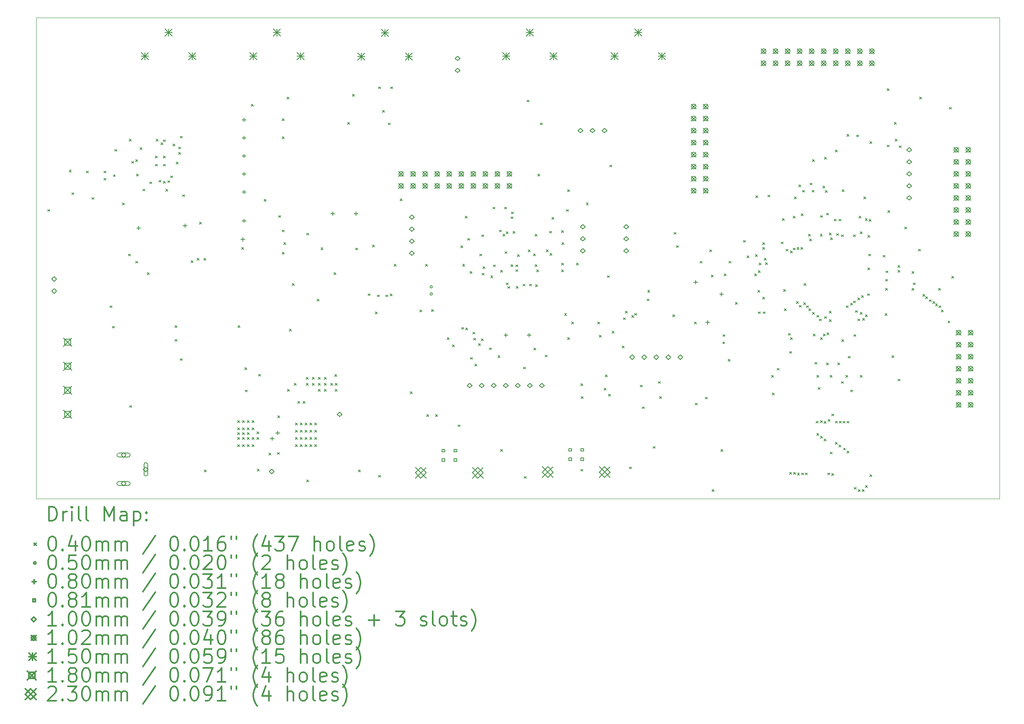
<source format=gbr>
%FSLAX45Y45*%
G04 Gerber Fmt 4.5, Leading zero omitted, Abs format (unit mm)*
G04 Created by KiCad (PCBNEW 4.0.7-e2-6376~58~ubuntu16.04.1) date Thu Jan  2 16:42:18 2020*
%MOMM*%
%LPD*%
G01*
G04 APERTURE LIST*
%ADD10C,0.127000*%
%ADD11C,0.100000*%
%ADD12C,0.200000*%
%ADD13C,0.300000*%
G04 APERTURE END LIST*
D10*
D11*
X25400000Y-5080000D02*
X25400000Y-15240000D01*
X5080000Y-15240000D02*
X5080000Y-5080000D01*
X25400000Y-15240000D02*
X5080000Y-15240000D01*
X5080000Y-5080000D02*
X25400000Y-5080000D01*
D12*
X5326700Y-9136700D02*
X5366700Y-9176700D01*
X5366700Y-9136700D02*
X5326700Y-9176700D01*
X5777156Y-8305244D02*
X5817156Y-8345244D01*
X5817156Y-8305244D02*
X5777156Y-8345244D01*
X5834700Y-8781100D02*
X5874700Y-8821100D01*
X5874700Y-8781100D02*
X5834700Y-8821100D01*
X6139500Y-8323900D02*
X6179500Y-8363900D01*
X6179500Y-8323900D02*
X6139500Y-8363900D01*
X6253800Y-8882700D02*
X6293800Y-8922700D01*
X6293800Y-8882700D02*
X6253800Y-8922700D01*
X6507800Y-8323900D02*
X6547800Y-8363900D01*
X6547800Y-8323900D02*
X6507800Y-8363900D01*
X6507800Y-8476300D02*
X6547800Y-8516300D01*
X6547800Y-8476300D02*
X6507800Y-8516300D01*
X6634800Y-11168700D02*
X6674800Y-11208700D01*
X6674800Y-11168700D02*
X6634800Y-11208700D01*
X6685600Y-11600500D02*
X6725600Y-11640500D01*
X6725600Y-11600500D02*
X6685600Y-11640500D01*
X6709201Y-8400100D02*
X6749201Y-8440100D01*
X6749201Y-8400100D02*
X6709201Y-8440100D01*
X6736400Y-7866700D02*
X6776400Y-7906700D01*
X6776400Y-7866700D02*
X6736400Y-7906700D01*
X6901500Y-8997000D02*
X6941500Y-9037000D01*
X6941500Y-8997000D02*
X6901500Y-9037000D01*
X7028500Y-10076500D02*
X7068500Y-10116500D01*
X7068500Y-10076500D02*
X7028500Y-10116500D01*
X7041200Y-7650800D02*
X7081200Y-7690800D01*
X7081200Y-7650800D02*
X7041200Y-7690800D01*
X7053900Y-13276900D02*
X7093900Y-13316900D01*
X7093900Y-13276900D02*
X7053900Y-13316900D01*
X7092000Y-8120700D02*
X7132000Y-8160700D01*
X7132000Y-8120700D02*
X7092000Y-8160700D01*
X7180900Y-8082600D02*
X7220900Y-8122600D01*
X7220900Y-8082600D02*
X7180900Y-8122600D01*
X7180900Y-10228900D02*
X7220900Y-10268900D01*
X7220900Y-10228900D02*
X7180900Y-10268900D01*
X7193600Y-8387401D02*
X7233600Y-8427401D01*
X7233600Y-8387401D02*
X7193600Y-8427401D01*
X7269800Y-7828600D02*
X7309800Y-7868600D01*
X7309800Y-7828600D02*
X7269800Y-7868600D01*
X7333299Y-8704900D02*
X7373299Y-8744900D01*
X7373299Y-8704900D02*
X7333299Y-8744900D01*
X7422200Y-10470200D02*
X7462200Y-10510200D01*
X7462200Y-10470200D02*
X7422200Y-10510200D01*
X7473000Y-8552500D02*
X7513000Y-8592500D01*
X7513000Y-8552500D02*
X7473000Y-8592500D01*
X7591250Y-8006250D02*
X7631250Y-8046250D01*
X7631250Y-8006250D02*
X7591250Y-8046250D01*
X7591250Y-8178750D02*
X7631250Y-8218750D01*
X7631250Y-8178750D02*
X7591250Y-8218750D01*
X7612700Y-7650800D02*
X7652700Y-7690800D01*
X7652700Y-7650800D02*
X7612700Y-7690800D01*
X7667195Y-8517585D02*
X7707195Y-8557585D01*
X7707195Y-8517585D02*
X7667195Y-8557585D01*
X7712667Y-7724478D02*
X7752667Y-7764478D01*
X7752667Y-7724478D02*
X7712667Y-7764478D01*
X7763750Y-8006250D02*
X7803750Y-8046250D01*
X7803750Y-8006250D02*
X7763750Y-8046250D01*
X7763750Y-8178750D02*
X7803750Y-8218750D01*
X7803750Y-8178750D02*
X7763750Y-8218750D01*
X7764159Y-7663251D02*
X7804159Y-7703251D01*
X7804159Y-7663251D02*
X7764159Y-7703251D01*
X7765100Y-8539800D02*
X7805100Y-8579800D01*
X7805100Y-8539800D02*
X7765100Y-8579800D01*
X7812189Y-8709802D02*
X7852189Y-8749802D01*
X7852189Y-8709802D02*
X7812189Y-8749802D01*
X7854000Y-8527100D02*
X7894000Y-8567100D01*
X7894000Y-8527100D02*
X7854000Y-8567100D01*
X7917500Y-8425500D02*
X7957500Y-8465500D01*
X7957500Y-8425500D02*
X7917500Y-8465500D01*
X7968300Y-7752400D02*
X8008300Y-7792400D01*
X8008300Y-7752400D02*
X7968300Y-7792400D01*
X8006400Y-11587800D02*
X8046400Y-11627800D01*
X8046400Y-11587800D02*
X8006400Y-11627800D01*
X8006400Y-11879900D02*
X8046400Y-11919900D01*
X8046400Y-11879900D02*
X8006400Y-11919900D01*
X8031800Y-8130001D02*
X8071800Y-8170001D01*
X8071800Y-8130001D02*
X8031800Y-8170001D01*
X8082599Y-7815900D02*
X8122599Y-7855900D01*
X8122599Y-7815900D02*
X8082599Y-7855900D01*
X8082600Y-7930200D02*
X8122600Y-7970200D01*
X8122600Y-7930200D02*
X8082600Y-7970200D01*
X8120700Y-7587300D02*
X8160700Y-7627300D01*
X8160700Y-7587300D02*
X8120700Y-7627300D01*
X8120700Y-12286300D02*
X8160700Y-12326300D01*
X8160700Y-12286300D02*
X8120700Y-12326300D01*
X8171500Y-8822162D02*
X8211500Y-8862162D01*
X8211500Y-8822162D02*
X8171500Y-8862162D01*
X8349300Y-10216200D02*
X8389300Y-10256200D01*
X8389300Y-10216200D02*
X8349300Y-10256200D01*
X8476300Y-10166400D02*
X8516300Y-10206400D01*
X8516300Y-10166400D02*
X8476300Y-10206400D01*
X8527100Y-9403400D02*
X8567100Y-9443400D01*
X8567100Y-9403400D02*
X8527100Y-9443400D01*
X8616000Y-10166400D02*
X8656000Y-10206400D01*
X8656000Y-10166400D02*
X8616000Y-10206400D01*
X8628700Y-14635800D02*
X8668700Y-14675800D01*
X8668700Y-14635800D02*
X8628700Y-14675800D01*
X9327200Y-13594400D02*
X9367200Y-13634400D01*
X9367200Y-13594400D02*
X9327200Y-13634400D01*
X9327200Y-13746800D02*
X9367200Y-13786800D01*
X9367200Y-13746800D02*
X9327200Y-13786800D01*
X9327200Y-13848400D02*
X9367200Y-13888400D01*
X9367200Y-13848400D02*
X9327200Y-13888400D01*
X9327200Y-13950000D02*
X9367200Y-13990000D01*
X9367200Y-13950000D02*
X9327200Y-13990000D01*
X9327200Y-14102400D02*
X9367200Y-14142400D01*
X9367200Y-14102400D02*
X9327200Y-14142400D01*
X9339900Y-11587800D02*
X9379900Y-11627800D01*
X9379900Y-11587800D02*
X9339900Y-11627800D01*
X9416100Y-9936800D02*
X9456100Y-9976800D01*
X9456100Y-9936800D02*
X9416100Y-9976800D01*
X9428800Y-13594400D02*
X9468800Y-13634400D01*
X9468800Y-13594400D02*
X9428800Y-13634400D01*
X9428800Y-13746800D02*
X9468800Y-13786800D01*
X9468800Y-13746800D02*
X9428800Y-13786800D01*
X9428800Y-13848400D02*
X9468800Y-13888400D01*
X9468800Y-13848400D02*
X9428800Y-13888400D01*
X9428800Y-13950000D02*
X9468800Y-13990000D01*
X9468800Y-13950000D02*
X9428800Y-13990000D01*
X9428800Y-14102400D02*
X9468800Y-14142400D01*
X9468800Y-14102400D02*
X9428800Y-14142400D01*
X9479600Y-12476800D02*
X9519600Y-12516800D01*
X9519600Y-12476800D02*
X9479600Y-12516800D01*
X9492300Y-12946700D02*
X9532300Y-12986700D01*
X9532300Y-12946700D02*
X9492300Y-12986700D01*
X9530400Y-13594400D02*
X9570400Y-13634400D01*
X9570400Y-13594400D02*
X9530400Y-13634400D01*
X9530400Y-13746800D02*
X9570400Y-13786800D01*
X9570400Y-13746800D02*
X9530400Y-13786800D01*
X9530400Y-13848400D02*
X9570400Y-13888400D01*
X9570400Y-13848400D02*
X9530400Y-13888400D01*
X9530400Y-13950000D02*
X9570400Y-13990000D01*
X9570400Y-13950000D02*
X9530400Y-13990000D01*
X9530400Y-14102400D02*
X9570400Y-14142400D01*
X9570400Y-14102400D02*
X9530400Y-14142400D01*
X9619300Y-6914200D02*
X9659300Y-6954200D01*
X9659300Y-6914200D02*
X9619300Y-6954200D01*
X9632000Y-13594400D02*
X9672000Y-13634400D01*
X9672000Y-13594400D02*
X9632000Y-13634400D01*
X9632000Y-13746800D02*
X9672000Y-13786800D01*
X9672000Y-13746800D02*
X9632000Y-13786800D01*
X9632000Y-13950000D02*
X9672000Y-13990000D01*
X9672000Y-13950000D02*
X9632000Y-13990000D01*
X9632000Y-14102400D02*
X9672000Y-14142400D01*
X9672000Y-14102400D02*
X9632000Y-14142400D01*
X9733600Y-13832500D02*
X9773600Y-13872500D01*
X9773600Y-13832500D02*
X9733600Y-13872500D01*
X9733600Y-13950000D02*
X9773600Y-13990000D01*
X9773600Y-13950000D02*
X9733600Y-13990000D01*
X9746300Y-14619900D02*
X9786300Y-14659900D01*
X9786300Y-14619900D02*
X9746300Y-14659900D01*
X9771700Y-12616500D02*
X9811700Y-12656500D01*
X9811700Y-12616500D02*
X9771700Y-12656500D01*
X9886071Y-8920359D02*
X9926071Y-8960359D01*
X9926071Y-8920359D02*
X9886071Y-8960359D01*
X9987600Y-14280200D02*
X10027600Y-14320200D01*
X10027600Y-14280200D02*
X9987600Y-14320200D01*
X10165400Y-14267500D02*
X10205400Y-14307500D01*
X10205400Y-14267500D02*
X10165400Y-14307500D01*
X10178100Y-13492800D02*
X10218100Y-13532800D01*
X10218100Y-13492800D02*
X10178100Y-13532800D01*
X10190800Y-9263700D02*
X10230800Y-9303700D01*
X10230800Y-9263700D02*
X10190800Y-9303700D01*
X10267000Y-7219000D02*
X10307000Y-7259000D01*
X10307000Y-7219000D02*
X10267000Y-7259000D01*
X10267000Y-7600000D02*
X10307000Y-7640000D01*
X10307000Y-7600000D02*
X10267000Y-7640000D01*
X10267000Y-9568500D02*
X10307000Y-9608500D01*
X10307000Y-9568500D02*
X10267000Y-9608500D01*
X10267000Y-10038400D02*
X10307000Y-10078400D01*
X10307000Y-10038400D02*
X10267000Y-10078400D01*
X10305100Y-9835200D02*
X10345100Y-9875200D01*
X10345100Y-9835200D02*
X10305100Y-9875200D01*
X10368600Y-6761800D02*
X10408600Y-6801800D01*
X10408600Y-6761800D02*
X10368600Y-6801800D01*
X10381300Y-12934000D02*
X10421300Y-12974000D01*
X10421300Y-12934000D02*
X10381300Y-12974000D01*
X10419400Y-11664000D02*
X10459400Y-11704000D01*
X10459400Y-11664000D02*
X10419400Y-11704000D01*
X10482900Y-10698800D02*
X10522900Y-10738800D01*
X10522900Y-10698800D02*
X10482900Y-10738800D01*
X10521000Y-12807000D02*
X10561000Y-12847000D01*
X10561000Y-12807000D02*
X10521000Y-12847000D01*
X10546400Y-13645200D02*
X10586400Y-13685200D01*
X10586400Y-13645200D02*
X10546400Y-13685200D01*
X10546400Y-13797600D02*
X10586400Y-13837600D01*
X10586400Y-13797600D02*
X10546400Y-13837600D01*
X10546400Y-13950000D02*
X10586400Y-13990000D01*
X10586400Y-13950000D02*
X10546400Y-13990000D01*
X10546400Y-14102400D02*
X10586400Y-14142400D01*
X10586400Y-14102400D02*
X10546400Y-14142400D01*
X10597200Y-13188000D02*
X10637200Y-13228000D01*
X10637200Y-13188000D02*
X10597200Y-13228000D01*
X10648000Y-13645200D02*
X10688000Y-13685200D01*
X10688000Y-13645200D02*
X10648000Y-13685200D01*
X10648000Y-13797600D02*
X10688000Y-13837600D01*
X10688000Y-13797600D02*
X10648000Y-13837600D01*
X10648000Y-13950000D02*
X10688000Y-13990000D01*
X10688000Y-13950000D02*
X10648000Y-13990000D01*
X10648000Y-14102400D02*
X10688000Y-14142400D01*
X10688000Y-14102400D02*
X10648000Y-14142400D01*
X10711500Y-13188000D02*
X10751500Y-13228000D01*
X10751500Y-13188000D02*
X10711500Y-13228000D01*
X10749600Y-13645200D02*
X10789600Y-13685200D01*
X10789600Y-13645200D02*
X10749600Y-13685200D01*
X10749600Y-13797600D02*
X10789600Y-13837600D01*
X10789600Y-13797600D02*
X10749600Y-13837600D01*
X10749600Y-13950000D02*
X10789600Y-13990000D01*
X10789600Y-13950000D02*
X10749600Y-13990000D01*
X10749600Y-14102400D02*
X10789600Y-14142400D01*
X10789600Y-14102400D02*
X10749600Y-14142400D01*
X10775000Y-12680000D02*
X10815000Y-12720000D01*
X10815000Y-12680000D02*
X10775000Y-12720000D01*
X10775000Y-12807000D02*
X10815000Y-12847000D01*
X10815000Y-12807000D02*
X10775000Y-12847000D01*
X10784956Y-9634744D02*
X10824956Y-9674744D01*
X10824956Y-9634744D02*
X10784956Y-9674744D01*
X10787700Y-14847000D02*
X10827700Y-14887000D01*
X10827700Y-14847000D02*
X10787700Y-14887000D01*
X10851200Y-13645200D02*
X10891200Y-13685200D01*
X10891200Y-13645200D02*
X10851200Y-13685200D01*
X10851200Y-13797600D02*
X10891200Y-13837600D01*
X10891200Y-13797600D02*
X10851200Y-13837600D01*
X10851200Y-13950000D02*
X10891200Y-13990000D01*
X10891200Y-13950000D02*
X10851200Y-13990000D01*
X10851200Y-14102400D02*
X10891200Y-14142400D01*
X10891200Y-14102400D02*
X10851200Y-14142400D01*
X10902000Y-12680000D02*
X10942000Y-12720000D01*
X10942000Y-12680000D02*
X10902000Y-12720000D01*
X10902000Y-12807000D02*
X10942000Y-12847000D01*
X10942000Y-12807000D02*
X10902000Y-12847000D01*
X10952800Y-13645200D02*
X10992800Y-13685200D01*
X10992800Y-13645200D02*
X10952800Y-13685200D01*
X10952800Y-13797600D02*
X10992800Y-13837600D01*
X10992800Y-13797600D02*
X10952800Y-13837600D01*
X10952800Y-13950000D02*
X10992800Y-13990000D01*
X10992800Y-13950000D02*
X10952800Y-13990000D01*
X10952800Y-14102400D02*
X10992800Y-14142400D01*
X10992800Y-14102400D02*
X10952800Y-14142400D01*
X11003600Y-11029000D02*
X11043600Y-11069000D01*
X11043600Y-11029000D02*
X11003600Y-11069000D01*
X11029000Y-12680000D02*
X11069000Y-12720000D01*
X11069000Y-12680000D02*
X11029000Y-12720000D01*
X11029000Y-12807000D02*
X11069000Y-12847000D01*
X11069000Y-12807000D02*
X11029000Y-12847000D01*
X11029000Y-12934000D02*
X11069000Y-12974000D01*
X11069000Y-12934000D02*
X11029000Y-12974000D01*
X11085894Y-9943406D02*
X11125894Y-9983406D01*
X11125894Y-9943406D02*
X11085894Y-9983406D01*
X11156000Y-12680000D02*
X11196000Y-12720000D01*
X11196000Y-12680000D02*
X11156000Y-12720000D01*
X11156000Y-12807000D02*
X11196000Y-12847000D01*
X11196000Y-12807000D02*
X11156000Y-12847000D01*
X11156000Y-12934000D02*
X11196000Y-12974000D01*
X11196000Y-12934000D02*
X11156000Y-12974000D01*
X11295700Y-12807000D02*
X11335700Y-12847000D01*
X11335700Y-12807000D02*
X11295700Y-12847000D01*
X11359200Y-10470200D02*
X11399200Y-10510200D01*
X11399200Y-10470200D02*
X11359200Y-10510200D01*
X11378801Y-12622299D02*
X11418801Y-12662299D01*
X11418801Y-12622299D02*
X11378801Y-12662299D01*
X11384600Y-12807000D02*
X11424600Y-12847000D01*
X11424600Y-12807000D02*
X11384600Y-12847000D01*
X11384600Y-12934000D02*
X11424600Y-12974000D01*
X11424600Y-12934000D02*
X11384600Y-12974000D01*
X11651300Y-7295200D02*
X11691300Y-7335200D01*
X11691300Y-7295200D02*
X11651300Y-7335200D01*
X11752900Y-6699300D02*
X11792900Y-6739300D01*
X11792900Y-6699300D02*
X11752900Y-6739300D01*
X11816400Y-9949500D02*
X11856400Y-9989500D01*
X11856400Y-9949500D02*
X11816400Y-9989500D01*
X11879900Y-14635800D02*
X11919900Y-14675800D01*
X11919900Y-14635800D02*
X11879900Y-14675800D01*
X12083100Y-10914700D02*
X12123100Y-10954700D01*
X12123100Y-10914700D02*
X12083100Y-10954700D01*
X12172000Y-9886000D02*
X12212000Y-9926000D01*
X12212000Y-9886000D02*
X12172000Y-9926000D01*
X12235500Y-11297587D02*
X12275500Y-11337587D01*
X12275500Y-11297587D02*
X12235500Y-11337587D01*
X12273600Y-10939100D02*
X12313600Y-10979100D01*
X12313600Y-10939100D02*
X12273600Y-10979100D01*
X12299000Y-6545900D02*
X12339000Y-6585900D01*
X12339000Y-6545900D02*
X12299000Y-6585900D01*
X12299000Y-14750100D02*
X12339000Y-14790100D01*
X12339000Y-14750100D02*
X12299000Y-14790100D01*
X12387900Y-7041200D02*
X12427900Y-7081200D01*
X12427900Y-7041200D02*
X12387900Y-7081200D01*
X12451400Y-10939100D02*
X12491400Y-10979100D01*
X12491400Y-10939100D02*
X12451400Y-10979100D01*
X12502200Y-7307900D02*
X12542200Y-7347900D01*
X12542200Y-7307900D02*
X12502200Y-7347900D01*
X12546905Y-10920795D02*
X12586905Y-10960795D01*
X12586905Y-10920795D02*
X12546905Y-10960795D01*
X12553000Y-6545900D02*
X12593000Y-6585900D01*
X12593000Y-6545900D02*
X12553000Y-6585900D01*
X12629200Y-10292400D02*
X12669200Y-10332400D01*
X12669200Y-10292400D02*
X12629200Y-10332400D01*
X12756200Y-8914900D02*
X12796200Y-8954900D01*
X12796200Y-8914900D02*
X12756200Y-8954900D01*
X12972100Y-12984800D02*
X13012100Y-13024800D01*
X13012100Y-12984800D02*
X12972100Y-13024800D01*
X13175300Y-11257600D02*
X13215300Y-11297600D01*
X13215300Y-11257600D02*
X13175300Y-11297600D01*
X13289600Y-10292400D02*
X13329600Y-10332400D01*
X13329600Y-10292400D02*
X13289600Y-10332400D01*
X13315000Y-13467400D02*
X13355000Y-13507400D01*
X13355000Y-13467400D02*
X13315000Y-13507400D01*
X13420934Y-11248865D02*
X13460934Y-11288865D01*
X13460934Y-11248865D02*
X13420934Y-11288865D01*
X13505500Y-13467400D02*
X13545500Y-13507400D01*
X13545500Y-13467400D02*
X13505500Y-13507400D01*
X13747113Y-11843242D02*
X13787113Y-11883242D01*
X13787113Y-11843242D02*
X13747113Y-11883242D01*
X13861100Y-11994200D02*
X13901100Y-12034200D01*
X13901100Y-11994200D02*
X13861100Y-12034200D01*
X13975400Y-13683300D02*
X14015400Y-13723300D01*
X14015400Y-13683300D02*
X13975400Y-13723300D01*
X14033811Y-9899699D02*
X14073811Y-9939699D01*
X14073811Y-9899699D02*
X14033811Y-9939699D01*
X14052221Y-11626521D02*
X14092221Y-11666521D01*
X14092221Y-11626521D02*
X14052221Y-11666521D01*
X14074877Y-10289650D02*
X14114877Y-10329650D01*
X14114877Y-10289650D02*
X14074877Y-10329650D01*
X14127800Y-9276400D02*
X14167800Y-9316400D01*
X14167800Y-9276400D02*
X14127800Y-9316400D01*
X14140500Y-11638600D02*
X14180500Y-11678600D01*
X14180500Y-11638600D02*
X14140500Y-11678600D01*
X14178600Y-9746300D02*
X14218600Y-9786300D01*
X14218600Y-9746300D02*
X14178600Y-9786300D01*
X14229400Y-10444800D02*
X14269400Y-10484800D01*
X14269400Y-10444800D02*
X14229400Y-10484800D01*
X14242100Y-12260900D02*
X14282100Y-12300900D01*
X14282100Y-12260900D02*
X14242100Y-12300900D01*
X14292900Y-11727500D02*
X14332900Y-11767500D01*
X14332900Y-11727500D02*
X14292900Y-11767500D01*
X14305600Y-11854500D02*
X14345600Y-11894500D01*
X14345600Y-11854500D02*
X14305600Y-11894500D01*
X14331000Y-12400600D02*
X14371000Y-12440600D01*
X14371000Y-12400600D02*
X14331000Y-12440600D01*
X14407200Y-11968800D02*
X14447200Y-12008800D01*
X14447200Y-11968800D02*
X14407200Y-12008800D01*
X14432600Y-10076500D02*
X14472600Y-10116500D01*
X14472600Y-10076500D02*
X14432600Y-10116500D01*
X14470700Y-11867200D02*
X14510700Y-11907200D01*
X14510700Y-11867200D02*
X14470700Y-11907200D01*
X14478025Y-9670277D02*
X14518025Y-9710277D01*
X14518025Y-9670277D02*
X14478025Y-9710277D01*
X14483400Y-10482900D02*
X14523400Y-10522900D01*
X14523400Y-10482900D02*
X14483400Y-10522900D01*
X14502992Y-10344200D02*
X14542992Y-10384200D01*
X14542992Y-10344200D02*
X14502992Y-10384200D01*
X14635800Y-12057700D02*
X14675800Y-12097700D01*
X14675800Y-12057700D02*
X14635800Y-12097700D01*
X14667805Y-10540305D02*
X14707805Y-10580305D01*
X14707805Y-10540305D02*
X14667805Y-10580305D01*
X14712000Y-9085900D02*
X14752000Y-9125900D01*
X14752000Y-9085900D02*
X14712000Y-9125900D01*
X14724700Y-10305100D02*
X14764700Y-10345100D01*
X14764700Y-10305100D02*
X14724700Y-10345100D01*
X14819399Y-12222800D02*
X14859399Y-12262800D01*
X14859399Y-12222800D02*
X14819399Y-12262800D01*
X14851700Y-9568500D02*
X14891700Y-9608500D01*
X14891700Y-9568500D02*
X14851700Y-9608500D01*
X14877100Y-10419400D02*
X14917100Y-10459400D01*
X14917100Y-10419400D02*
X14877100Y-10459400D01*
X14877100Y-14204000D02*
X14917100Y-14244000D01*
X14917100Y-14204000D02*
X14877100Y-14244000D01*
X14927900Y-9657400D02*
X14967900Y-9697400D01*
X14967900Y-9657400D02*
X14927900Y-9697400D01*
X14962000Y-9085900D02*
X15002000Y-9125900D01*
X15002000Y-9085900D02*
X14962000Y-9125900D01*
X14966000Y-10025700D02*
X15006000Y-10065700D01*
X15006000Y-10025700D02*
X14966000Y-10065700D01*
X14991400Y-9606600D02*
X15031400Y-9646600D01*
X15031400Y-9606600D02*
X14991400Y-9646600D01*
X14991400Y-10686100D02*
X15031400Y-10726100D01*
X15031400Y-10686100D02*
X14991400Y-10726100D01*
X15029500Y-10762300D02*
X15069500Y-10802300D01*
X15069500Y-10762300D02*
X15029500Y-10802300D01*
X15093000Y-9289100D02*
X15133000Y-9329100D01*
X15133000Y-9289100D02*
X15093000Y-9329100D01*
X15093000Y-10303501D02*
X15133000Y-10343501D01*
X15133000Y-10303501D02*
X15093000Y-10343501D01*
X15105700Y-9187500D02*
X15145700Y-9227500D01*
X15145700Y-9187500D02*
X15105700Y-9227500D01*
X15137706Y-9599994D02*
X15177706Y-9639994D01*
X15177706Y-9599994D02*
X15137706Y-9639994D01*
X15194600Y-10305100D02*
X15234600Y-10345100D01*
X15234600Y-10305100D02*
X15194600Y-10345100D01*
X15194600Y-10406700D02*
X15234600Y-10446700D01*
X15234600Y-10406700D02*
X15194600Y-10446700D01*
X15207301Y-10755296D02*
X15247301Y-10795296D01*
X15247301Y-10755296D02*
X15207301Y-10795296D01*
X15232700Y-10089200D02*
X15272700Y-10129200D01*
X15272700Y-10089200D02*
X15232700Y-10129200D01*
X15351130Y-10710295D02*
X15391130Y-10750295D01*
X15391130Y-10710295D02*
X15351130Y-10750295D01*
X15359700Y-12464100D02*
X15399700Y-12504100D01*
X15399700Y-12464100D02*
X15359700Y-12504100D01*
X15372400Y-14775500D02*
X15412400Y-14815500D01*
X15412400Y-14775500D02*
X15372400Y-14815500D01*
X15435900Y-6825300D02*
X15475900Y-6865300D01*
X15475900Y-6825300D02*
X15435900Y-6865300D01*
X15461300Y-9987600D02*
X15501300Y-10027600D01*
X15501300Y-9987600D02*
X15461300Y-10027600D01*
X15486700Y-10710295D02*
X15526700Y-10750295D01*
X15526700Y-10710295D02*
X15486700Y-10750295D01*
X15567428Y-10074301D02*
X15607428Y-10114301D01*
X15607428Y-10074301D02*
X15567428Y-10114301D01*
X15575600Y-12058699D02*
X15615600Y-12098699D01*
X15615600Y-12058699D02*
X15575600Y-12098699D01*
X15601000Y-9657400D02*
X15641000Y-9697400D01*
X15641000Y-9657400D02*
X15601000Y-9697400D01*
X15602616Y-10303320D02*
X15642616Y-10343320D01*
X15642616Y-10303320D02*
X15602616Y-10343320D01*
X15611701Y-10724200D02*
X15651701Y-10764200D01*
X15651701Y-10724200D02*
X15611701Y-10764200D01*
X15639100Y-10412600D02*
X15679100Y-10452600D01*
X15679100Y-10412600D02*
X15639100Y-10452600D01*
X15664500Y-8387400D02*
X15704500Y-8427400D01*
X15704500Y-8387400D02*
X15664500Y-8427400D01*
X15715300Y-7307900D02*
X15755300Y-7347900D01*
X15755300Y-7307900D02*
X15715300Y-7347900D01*
X15813300Y-12210100D02*
X15853300Y-12250100D01*
X15853300Y-12210100D02*
X15813300Y-12250100D01*
X15842300Y-9984500D02*
X15882300Y-10024500D01*
X15882300Y-9984500D02*
X15842300Y-10024500D01*
X15905800Y-9593900D02*
X15945800Y-9633900D01*
X15945800Y-9593900D02*
X15905800Y-9633900D01*
X15918500Y-10063800D02*
X15958500Y-10103800D01*
X15958500Y-10063800D02*
X15918500Y-10103800D01*
X15956600Y-9301800D02*
X15996600Y-9341800D01*
X15996600Y-9301800D02*
X15956600Y-9341800D01*
X16159800Y-9581200D02*
X16199800Y-9621200D01*
X16199800Y-9581200D02*
X16159800Y-9621200D01*
X16159800Y-10266999D02*
X16199800Y-10306999D01*
X16199800Y-10266999D02*
X16159800Y-10306999D01*
X16159800Y-10412600D02*
X16199800Y-10452600D01*
X16199800Y-10412600D02*
X16159800Y-10452600D01*
X16172500Y-9835200D02*
X16212500Y-9875200D01*
X16212500Y-9835200D02*
X16172500Y-9875200D01*
X16224150Y-11334650D02*
X16264150Y-11374650D01*
X16264150Y-11334650D02*
X16224150Y-11374650D01*
X16261400Y-9136700D02*
X16301400Y-9176700D01*
X16301400Y-9136700D02*
X16261400Y-9176700D01*
X16286800Y-8717600D02*
X16326800Y-8757600D01*
X16326800Y-8717600D02*
X16286800Y-8757600D01*
X16286800Y-11841800D02*
X16326800Y-11881800D01*
X16326800Y-11841800D02*
X16286800Y-11881800D01*
X16375700Y-11511600D02*
X16415700Y-11551600D01*
X16415700Y-11511600D02*
X16375700Y-11551600D01*
X16477229Y-10266400D02*
X16517229Y-10306400D01*
X16517229Y-10266400D02*
X16477229Y-10306400D01*
X16566200Y-12816400D02*
X16606200Y-12856400D01*
X16606200Y-12816400D02*
X16566200Y-12856400D01*
X16566200Y-14623100D02*
X16606200Y-14663100D01*
X16606200Y-14623100D02*
X16566200Y-14663100D01*
X16578900Y-13086400D02*
X16618900Y-13126400D01*
X16618900Y-13086400D02*
X16578900Y-13126400D01*
X16682100Y-8997000D02*
X16722100Y-9037000D01*
X16722100Y-8997000D02*
X16682100Y-9037000D01*
X16921800Y-11511600D02*
X16961800Y-11551600D01*
X16961800Y-11511600D02*
X16921800Y-11551600D01*
X16959900Y-11791000D02*
X16999900Y-11831000D01*
X16999900Y-11791000D02*
X16959900Y-11831000D01*
X17061500Y-12908600D02*
X17101500Y-12948600D01*
X17101500Y-12908600D02*
X17061500Y-12948600D01*
X17086900Y-12629200D02*
X17126900Y-12669200D01*
X17126900Y-12629200D02*
X17086900Y-12669200D01*
X17125000Y-10533700D02*
X17165000Y-10573700D01*
X17165000Y-10533700D02*
X17125000Y-10573700D01*
X17150400Y-13035600D02*
X17190400Y-13075600D01*
X17190400Y-13035600D02*
X17150400Y-13075600D01*
X17175800Y-8196900D02*
X17215800Y-8236900D01*
X17215800Y-8196900D02*
X17175800Y-8236900D01*
X17228200Y-11707700D02*
X17268200Y-11747700D01*
X17268200Y-11707700D02*
X17228200Y-11747700D01*
X17442500Y-12019600D02*
X17482500Y-12059600D01*
X17482500Y-12019600D02*
X17442500Y-12059600D01*
X17467900Y-11422700D02*
X17507900Y-11462700D01*
X17507900Y-11422700D02*
X17467900Y-11462700D01*
X17506000Y-11285308D02*
X17546000Y-11325308D01*
X17546000Y-11285308D02*
X17506000Y-11325308D01*
X17594900Y-14572300D02*
X17634900Y-14612300D01*
X17634900Y-14572300D02*
X17594900Y-14612300D01*
X17641241Y-11377840D02*
X17681241Y-11417840D01*
X17681241Y-11377840D02*
X17641241Y-11417840D01*
X17705591Y-11330309D02*
X17745591Y-11370309D01*
X17745591Y-11330309D02*
X17705591Y-11370309D01*
X17823500Y-12845100D02*
X17863500Y-12885100D01*
X17863500Y-12845100D02*
X17823500Y-12885100D01*
X17861600Y-13302300D02*
X17901600Y-13342300D01*
X17901600Y-13302300D02*
X17861600Y-13342300D01*
X17962848Y-11025303D02*
X18002848Y-11065303D01*
X18002848Y-11025303D02*
X17962848Y-11065303D01*
X17978405Y-10845298D02*
X18018405Y-10885298D01*
X18018405Y-10845298D02*
X17978405Y-10885298D01*
X18090200Y-14140500D02*
X18130200Y-14180500D01*
X18130200Y-14140500D02*
X18090200Y-14180500D01*
X18204500Y-12768900D02*
X18244500Y-12808900D01*
X18244500Y-12768900D02*
X18204500Y-12808900D01*
X18229900Y-13086400D02*
X18269900Y-13126400D01*
X18269900Y-13086400D02*
X18229900Y-13126400D01*
X18509300Y-11359200D02*
X18549300Y-11399200D01*
X18549300Y-11359200D02*
X18509300Y-11399200D01*
X18534700Y-9619300D02*
X18574700Y-9659300D01*
X18574700Y-9619300D02*
X18534700Y-9659300D01*
X18585500Y-9898700D02*
X18625500Y-9938700D01*
X18625500Y-9898700D02*
X18585500Y-9938700D01*
X18966500Y-11511600D02*
X19006500Y-11551600D01*
X19006500Y-11511600D02*
X18966500Y-11551600D01*
X18979200Y-13226100D02*
X19019200Y-13266100D01*
X19019200Y-13226100D02*
X18979200Y-13266100D01*
X19080800Y-10228900D02*
X19120800Y-10268900D01*
X19120800Y-10228900D02*
X19080800Y-10268900D01*
X19195100Y-13099100D02*
X19235100Y-13139100D01*
X19235100Y-13099100D02*
X19195100Y-13139100D01*
X19284001Y-9987600D02*
X19324001Y-10027600D01*
X19324001Y-9987600D02*
X19284001Y-10027600D01*
X19322100Y-10521000D02*
X19362100Y-10561000D01*
X19362100Y-10521000D02*
X19322100Y-10561000D01*
X19334800Y-15048998D02*
X19374800Y-15088998D01*
X19374800Y-15048998D02*
X19334800Y-15088998D01*
X19525300Y-14204000D02*
X19565300Y-14244000D01*
X19565300Y-14204000D02*
X19525300Y-14244000D01*
X19560026Y-11930700D02*
X19600026Y-11970700D01*
X19600026Y-11930700D02*
X19560026Y-11970700D01*
X19563400Y-11778300D02*
X19603400Y-11818300D01*
X19603400Y-11778300D02*
X19563400Y-11818300D01*
X19588800Y-10495600D02*
X19628800Y-10535600D01*
X19628800Y-10495600D02*
X19588800Y-10535600D01*
X19677700Y-12299000D02*
X19717700Y-12339000D01*
X19717700Y-12299000D02*
X19677700Y-12339000D01*
X19690400Y-10228900D02*
X19730400Y-10268900D01*
X19730400Y-10228900D02*
X19690400Y-10268900D01*
X19826458Y-11095632D02*
X19866458Y-11135632D01*
X19866458Y-11095632D02*
X19826458Y-11135632D01*
X19999200Y-9788400D02*
X20039200Y-9828400D01*
X20039200Y-9788400D02*
X19999200Y-9828400D01*
X20071400Y-10114600D02*
X20111400Y-10154600D01*
X20111400Y-10114600D02*
X20071400Y-10154600D01*
X20236500Y-10495600D02*
X20276500Y-10535600D01*
X20276500Y-10495600D02*
X20236500Y-10535600D01*
X20249200Y-10089200D02*
X20289200Y-10129200D01*
X20289200Y-10089200D02*
X20249200Y-10129200D01*
X20261900Y-8844600D02*
X20301900Y-8884600D01*
X20301900Y-8844600D02*
X20261900Y-8884600D01*
X20300000Y-10840297D02*
X20340000Y-10880297D01*
X20340000Y-10840297D02*
X20300000Y-10880297D01*
X20307700Y-10427100D02*
X20347700Y-10467100D01*
X20347700Y-10427100D02*
X20307700Y-10467100D01*
X20312700Y-11295700D02*
X20352700Y-11335700D01*
X20352700Y-11295700D02*
X20312700Y-11335700D01*
X20325400Y-10267001D02*
X20365400Y-10307001D01*
X20365400Y-10267001D02*
X20325400Y-10307001D01*
X20401600Y-9835200D02*
X20441600Y-9875200D01*
X20441600Y-9835200D02*
X20401600Y-9875200D01*
X20401600Y-9936800D02*
X20441600Y-9976800D01*
X20441600Y-9936800D02*
X20401600Y-9976800D01*
X20401600Y-10987101D02*
X20441600Y-11027101D01*
X20441600Y-10987101D02*
X20401600Y-11027101D01*
X20414300Y-11295700D02*
X20454300Y-11335700D01*
X20454300Y-11295700D02*
X20414300Y-11335700D01*
X20439700Y-10165400D02*
X20479700Y-10205400D01*
X20479700Y-10165400D02*
X20439700Y-10205400D01*
X20465100Y-10255299D02*
X20505100Y-10295299D01*
X20505100Y-10255299D02*
X20465100Y-10295299D01*
X20515900Y-8831900D02*
X20555900Y-8871900D01*
X20555900Y-8831900D02*
X20515900Y-8871900D01*
X20592100Y-12634501D02*
X20632100Y-12674501D01*
X20632100Y-12634501D02*
X20592100Y-12674501D01*
X20604800Y-13010200D02*
X20644800Y-13050200D01*
X20644800Y-13010200D02*
X20604800Y-13050200D01*
X20706400Y-12489500D02*
X20746400Y-12529500D01*
X20746400Y-12489500D02*
X20706400Y-12529500D01*
X20795132Y-9822668D02*
X20835132Y-9862668D01*
X20835132Y-9822668D02*
X20795132Y-9862668D01*
X20820700Y-9327200D02*
X20860700Y-9367200D01*
X20860700Y-9327200D02*
X20820700Y-9367200D01*
X20846100Y-10825800D02*
X20886100Y-10865800D01*
X20886100Y-10825800D02*
X20846100Y-10865800D01*
X20858800Y-11232200D02*
X20898800Y-11272200D01*
X20898800Y-11232200D02*
X20858800Y-11272200D01*
X20896900Y-9974900D02*
X20936900Y-10014900D01*
X20936900Y-9974900D02*
X20896900Y-10014900D01*
X20947955Y-11753155D02*
X20987955Y-11793155D01*
X20987955Y-11753155D02*
X20947955Y-11793155D01*
X20972101Y-12133900D02*
X21012101Y-12173900D01*
X21012101Y-12133900D02*
X20972101Y-12173900D01*
X20973100Y-14686600D02*
X21013100Y-14726600D01*
X21013100Y-14686600D02*
X20973100Y-14726600D01*
X20985800Y-10013000D02*
X21025800Y-10053000D01*
X21025800Y-10013000D02*
X20985800Y-10053000D01*
X20985800Y-11841800D02*
X21025800Y-11881800D01*
X21025800Y-11841800D02*
X20985800Y-11881800D01*
X21044398Y-9273849D02*
X21084398Y-9313849D01*
X21084398Y-9273849D02*
X21044398Y-9313849D01*
X21049300Y-9949500D02*
X21089300Y-9989500D01*
X21089300Y-9949500D02*
X21049300Y-9989500D01*
X21057263Y-14685372D02*
X21097263Y-14725372D01*
X21097263Y-14685372D02*
X21057263Y-14725372D01*
X21074700Y-8870000D02*
X21114700Y-8910000D01*
X21114700Y-8870000D02*
X21074700Y-8910000D01*
X21112800Y-11079800D02*
X21152800Y-11119800D01*
X21152800Y-11079800D02*
X21112800Y-11119800D01*
X21128212Y-9936348D02*
X21168212Y-9976348D01*
X21168212Y-9936348D02*
X21128212Y-9976348D01*
X21134651Y-14705649D02*
X21174651Y-14745649D01*
X21174651Y-14705649D02*
X21134651Y-14745649D01*
X21163600Y-8616000D02*
X21203600Y-8656000D01*
X21203600Y-8616000D02*
X21163600Y-8656000D01*
X21173097Y-11159750D02*
X21213097Y-11199750D01*
X21213097Y-11159750D02*
X21173097Y-11199750D01*
X21208210Y-9936840D02*
X21248210Y-9976840D01*
X21248210Y-9936840D02*
X21208210Y-9976840D01*
X21214400Y-9225599D02*
X21254400Y-9265599D01*
X21254400Y-9225599D02*
X21214400Y-9265599D01*
X21223300Y-14698842D02*
X21263300Y-14738842D01*
X21263300Y-14698842D02*
X21223300Y-14738842D01*
X21239800Y-8730300D02*
X21279800Y-8770300D01*
X21279800Y-8730300D02*
X21239800Y-8770300D01*
X21265200Y-11105200D02*
X21305200Y-11145200D01*
X21305200Y-11105200D02*
X21265200Y-11145200D01*
X21277900Y-10698800D02*
X21317900Y-10738800D01*
X21317900Y-10698800D02*
X21277900Y-10738800D01*
X21303300Y-14699301D02*
X21343300Y-14739301D01*
X21343300Y-14699301D02*
X21303300Y-14739301D01*
X21328700Y-11168700D02*
X21368700Y-11208700D01*
X21368700Y-11168700D02*
X21328700Y-11208700D01*
X21366800Y-9657400D02*
X21406800Y-9697400D01*
X21406800Y-9657400D02*
X21366800Y-9697400D01*
X21379500Y-11232200D02*
X21419500Y-11272200D01*
X21419500Y-11232200D02*
X21379500Y-11272200D01*
X21392200Y-9759000D02*
X21432200Y-9799000D01*
X21432200Y-9759000D02*
X21392200Y-9799000D01*
X21404900Y-8577900D02*
X21444900Y-8617900D01*
X21444900Y-8577900D02*
X21404900Y-8617900D01*
X21443000Y-8730300D02*
X21483000Y-8770300D01*
X21483000Y-8730300D02*
X21443000Y-8770300D01*
X21455700Y-8082600D02*
X21495700Y-8122600D01*
X21495700Y-8082600D02*
X21455700Y-8122600D01*
X21455700Y-11308400D02*
X21495700Y-11348400D01*
X21495700Y-11308400D02*
X21455700Y-11348400D01*
X21468400Y-11765600D02*
X21508400Y-11805600D01*
X21508400Y-11765600D02*
X21468400Y-11805600D01*
X21506500Y-12362500D02*
X21546500Y-12402500D01*
X21546500Y-12362500D02*
X21506500Y-12402500D01*
X21531900Y-13607100D02*
X21571900Y-13647100D01*
X21571900Y-13607100D02*
X21531900Y-13647100D01*
X21544600Y-11371900D02*
X21584600Y-11411900D01*
X21584600Y-11371900D02*
X21544600Y-11411900D01*
X21544600Y-12634501D02*
X21584600Y-12674501D01*
X21584600Y-12634501D02*
X21544600Y-12674501D01*
X21544600Y-13865900D02*
X21584600Y-13905900D01*
X21584600Y-13865900D02*
X21544600Y-13905900D01*
X21570000Y-12895900D02*
X21610000Y-12935900D01*
X21610000Y-12895900D02*
X21570000Y-12935900D01*
X21595400Y-11448100D02*
X21635400Y-11488100D01*
X21635400Y-11448100D02*
X21595400Y-11488100D01*
X21617600Y-9654200D02*
X21657600Y-9694200D01*
X21657600Y-9654200D02*
X21617600Y-9694200D01*
X21620800Y-11841800D02*
X21660800Y-11881800D01*
X21660800Y-11841800D02*
X21620800Y-11881800D01*
X21620800Y-13594400D02*
X21660800Y-13634400D01*
X21660800Y-13594400D02*
X21620800Y-13634400D01*
X21620800Y-13923600D02*
X21660800Y-13963600D01*
X21660800Y-13923600D02*
X21620800Y-13963600D01*
X21625102Y-9263700D02*
X21665102Y-9303700D01*
X21665102Y-9263700D02*
X21625102Y-9303700D01*
X21671600Y-8641400D02*
X21711600Y-8681400D01*
X21711600Y-8641400D02*
X21671600Y-8681400D01*
X21680100Y-11765600D02*
X21720100Y-11805600D01*
X21720100Y-11765600D02*
X21680100Y-11805600D01*
X21699000Y-13986100D02*
X21739000Y-14026100D01*
X21739000Y-13986100D02*
X21699000Y-14026100D01*
X21699247Y-13610089D02*
X21739247Y-13650089D01*
X21739247Y-13610089D02*
X21699247Y-13650089D01*
X21709249Y-8031800D02*
X21749249Y-8071800D01*
X21749249Y-8031800D02*
X21709249Y-8071800D01*
X21709700Y-11397300D02*
X21749700Y-11437300D01*
X21749700Y-11397300D02*
X21709700Y-11437300D01*
X21721942Y-8734100D02*
X21761942Y-8774100D01*
X21761942Y-8734100D02*
X21721942Y-8774100D01*
X21747800Y-9212900D02*
X21787800Y-9252900D01*
X21787800Y-9212900D02*
X21747800Y-9252900D01*
X21747800Y-12375200D02*
X21787800Y-12415200D01*
X21787800Y-12375200D02*
X21747800Y-12415200D01*
X21760056Y-11739756D02*
X21800056Y-11779756D01*
X21800056Y-11739756D02*
X21760056Y-11779756D01*
X21773200Y-14699300D02*
X21813200Y-14739300D01*
X21813200Y-14699300D02*
X21773200Y-14739300D01*
X21785900Y-13569000D02*
X21825900Y-13609000D01*
X21825900Y-13569000D02*
X21785900Y-13609000D01*
X21811300Y-9632000D02*
X21851300Y-9672000D01*
X21851300Y-9632000D02*
X21811300Y-9672000D01*
X21811300Y-11282999D02*
X21851300Y-11322999D01*
X21851300Y-11282999D02*
X21811300Y-11322999D01*
X21811300Y-11460800D02*
X21851300Y-11500800D01*
X21851300Y-11460800D02*
X21811300Y-11500800D01*
X21823186Y-14258186D02*
X21863186Y-14298186D01*
X21863186Y-14258186D02*
X21823186Y-14298186D01*
X21824000Y-12634501D02*
X21864000Y-12674501D01*
X21864000Y-12634501D02*
X21824000Y-12674501D01*
X21836700Y-9733600D02*
X21876700Y-9773600D01*
X21876700Y-9733600D02*
X21836700Y-9773600D01*
X21862100Y-13454700D02*
X21902100Y-13494700D01*
X21902100Y-13454700D02*
X21862100Y-13494700D01*
X21862100Y-14712000D02*
X21902100Y-14752000D01*
X21902100Y-14712000D02*
X21862100Y-14752000D01*
X21912900Y-9338900D02*
X21952900Y-9378900D01*
X21952900Y-9338900D02*
X21912900Y-9378900D01*
X21938300Y-7879400D02*
X21978300Y-7919400D01*
X21978300Y-7879400D02*
X21938300Y-7919400D01*
X21938300Y-13607100D02*
X21978300Y-13647100D01*
X21978300Y-13607100D02*
X21938300Y-13647100D01*
X21938300Y-14048600D02*
X21978300Y-14088600D01*
X21978300Y-14048600D02*
X21938300Y-14088600D01*
X21963700Y-9644700D02*
X22003700Y-9684700D01*
X22003700Y-9644700D02*
X21963700Y-9684700D01*
X21989100Y-12375200D02*
X22029100Y-12415200D01*
X22029100Y-12375200D02*
X21989100Y-12415200D01*
X22014500Y-9339900D02*
X22054500Y-9379900D01*
X22054500Y-9339900D02*
X22014500Y-9379900D01*
X22014500Y-14111100D02*
X22054500Y-14151100D01*
X22054500Y-14111100D02*
X22014500Y-14151100D01*
X22018300Y-13607100D02*
X22058300Y-13647100D01*
X22058300Y-13607100D02*
X22018300Y-13647100D01*
X22065300Y-9670100D02*
X22105300Y-9710100D01*
X22105300Y-9670100D02*
X22065300Y-9710100D01*
X22065300Y-12768900D02*
X22105300Y-12808900D01*
X22105300Y-12768900D02*
X22065300Y-12808900D01*
X22071465Y-11886065D02*
X22111465Y-11926065D01*
X22111465Y-11886065D02*
X22071465Y-11926065D01*
X22078000Y-8717600D02*
X22118000Y-8757600D01*
X22118000Y-8717600D02*
X22078000Y-8757600D01*
X22098301Y-13607100D02*
X22138301Y-13647100D01*
X22138301Y-13607100D02*
X22098301Y-13647100D01*
X22108676Y-14173600D02*
X22148676Y-14213600D01*
X22148676Y-14173600D02*
X22108676Y-14213600D01*
X22154200Y-12634501D02*
X22194200Y-12674501D01*
X22194200Y-12634501D02*
X22154200Y-12674501D01*
X22166900Y-11168700D02*
X22206900Y-11208700D01*
X22206900Y-11168700D02*
X22166900Y-11208700D01*
X22179600Y-7549200D02*
X22219600Y-7589200D01*
X22219600Y-7549200D02*
X22179600Y-7589200D01*
X22179600Y-13607100D02*
X22219600Y-13647100D01*
X22219600Y-13607100D02*
X22179600Y-13647100D01*
X22179600Y-14236099D02*
X22219600Y-14276099D01*
X22219600Y-14236099D02*
X22179600Y-14276099D01*
X22205000Y-12235500D02*
X22245000Y-12275500D01*
X22245000Y-12235500D02*
X22205000Y-12275500D01*
X22255300Y-11115100D02*
X22295300Y-11155100D01*
X22295300Y-11115100D02*
X22255300Y-11155100D01*
X22255800Y-12946700D02*
X22295800Y-12986700D01*
X22295800Y-12946700D02*
X22255800Y-12986700D01*
X22319300Y-9670100D02*
X22359300Y-9710100D01*
X22359300Y-9670100D02*
X22319300Y-9710100D01*
X22319300Y-11067098D02*
X22359300Y-11107098D01*
X22359300Y-11067098D02*
X22319300Y-11107098D01*
X22325202Y-11778300D02*
X22365202Y-11818300D01*
X22365202Y-11778300D02*
X22325202Y-11818300D01*
X22332000Y-15003997D02*
X22372000Y-15043997D01*
X22372000Y-15003997D02*
X22332000Y-15043997D01*
X22357400Y-11270300D02*
X22397400Y-11310300D01*
X22397400Y-11270300D02*
X22357400Y-11310300D01*
X22382800Y-7561900D02*
X22422800Y-7601900D01*
X22422800Y-7561900D02*
X22382800Y-7601900D01*
X22408200Y-11004599D02*
X22448200Y-11044599D01*
X22448200Y-11004599D02*
X22408200Y-11044599D01*
X22408200Y-11448101D02*
X22448200Y-11488101D01*
X22448200Y-11448101D02*
X22408200Y-11488101D01*
X22420604Y-15048998D02*
X22460604Y-15088998D01*
X22460604Y-15048998D02*
X22420604Y-15088998D01*
X22433600Y-9276400D02*
X22473600Y-9316400D01*
X22473600Y-9276400D02*
X22433600Y-9316400D01*
X22459000Y-9606600D02*
X22499000Y-9646600D01*
X22499000Y-9606600D02*
X22459000Y-9646600D01*
X22459000Y-11308400D02*
X22499000Y-11348400D01*
X22499000Y-11308400D02*
X22459000Y-11348400D01*
X22459000Y-12634501D02*
X22499000Y-12674501D01*
X22499000Y-12634501D02*
X22459000Y-12674501D01*
X22484400Y-10952800D02*
X22524400Y-10992800D01*
X22524400Y-10952800D02*
X22484400Y-10992800D01*
X22500605Y-15048729D02*
X22540605Y-15088729D01*
X22540605Y-15048729D02*
X22500605Y-15088729D01*
X22509800Y-11435400D02*
X22549800Y-11475400D01*
X22549800Y-11435400D02*
X22509800Y-11475400D01*
X22535200Y-8870000D02*
X22575200Y-8910000D01*
X22575200Y-8870000D02*
X22535200Y-8910000D01*
X22565804Y-9325085D02*
X22605804Y-9365085D01*
X22605804Y-9325085D02*
X22565804Y-9365085D01*
X22573300Y-11359200D02*
X22613300Y-11399200D01*
X22613300Y-11359200D02*
X22573300Y-11399200D01*
X22573300Y-14966000D02*
X22613300Y-15006000D01*
X22613300Y-14966000D02*
X22573300Y-15006000D01*
X22611400Y-10914597D02*
X22651400Y-10954597D01*
X22651400Y-10914597D02*
X22611400Y-10954597D01*
X22624100Y-9682800D02*
X22664100Y-9722800D01*
X22664100Y-9682800D02*
X22624100Y-9722800D01*
X22624100Y-10368600D02*
X22664100Y-10408600D01*
X22664100Y-10368600D02*
X22624100Y-10408600D01*
X22636800Y-10076500D02*
X22676800Y-10116500D01*
X22676800Y-10076500D02*
X22636800Y-10116500D01*
X22644117Y-9341427D02*
X22684117Y-9381427D01*
X22684117Y-9341427D02*
X22644117Y-9381427D01*
X22662200Y-7701600D02*
X22702200Y-7741600D01*
X22702200Y-7701600D02*
X22662200Y-7741600D01*
X22662200Y-14737400D02*
X22702200Y-14777400D01*
X22702200Y-14737400D02*
X22662200Y-14777400D01*
X22941600Y-10101900D02*
X22981600Y-10141900D01*
X22981600Y-10101900D02*
X22941600Y-10141900D01*
X22986800Y-11332800D02*
X23026800Y-11372800D01*
X23026800Y-11332800D02*
X22986800Y-11372800D01*
X22992400Y-10608901D02*
X23032400Y-10648901D01*
X23032400Y-10608901D02*
X22992400Y-10648901D01*
X22992400Y-10800401D02*
X23032400Y-10840401D01*
X23032400Y-10800401D02*
X22992400Y-10840401D01*
X23005100Y-10432100D02*
X23045100Y-10472100D01*
X23045100Y-10432100D02*
X23005100Y-10472100D01*
X23030500Y-6584000D02*
X23070500Y-6624000D01*
X23070500Y-6584000D02*
X23030500Y-6624000D01*
X23030500Y-7772600D02*
X23070500Y-7812600D01*
X23070500Y-7772600D02*
X23030500Y-7812600D01*
X23043200Y-9155000D02*
X23083200Y-9195000D01*
X23083200Y-9155000D02*
X23043200Y-9195000D01*
X23132100Y-12222800D02*
X23172100Y-12262800D01*
X23172100Y-12222800D02*
X23132100Y-12262800D01*
X23182900Y-7295200D02*
X23222900Y-7335200D01*
X23222900Y-7295200D02*
X23182900Y-7335200D01*
X23195600Y-7650800D02*
X23235600Y-7690800D01*
X23235600Y-7650800D02*
X23195600Y-7690800D01*
X23259099Y-10317801D02*
X23299099Y-10357801D01*
X23299099Y-10317801D02*
X23259099Y-10357801D01*
X23259100Y-10419400D02*
X23299100Y-10459400D01*
X23299100Y-10419400D02*
X23259100Y-10459400D01*
X23259100Y-12718100D02*
X23299100Y-12758100D01*
X23299100Y-12718100D02*
X23259100Y-12758100D01*
X23284500Y-7790500D02*
X23324500Y-7830500D01*
X23324500Y-7790500D02*
X23284500Y-7830500D01*
X23398800Y-9505000D02*
X23438800Y-9545000D01*
X23438800Y-9505000D02*
X23398800Y-9545000D01*
X23551200Y-10444800D02*
X23591200Y-10484800D01*
X23591200Y-10444800D02*
X23551200Y-10484800D01*
X23551200Y-10800400D02*
X23591200Y-10840400D01*
X23591200Y-10800400D02*
X23551200Y-10840400D01*
X23577599Y-10686101D02*
X23617599Y-10726101D01*
X23617599Y-10686101D02*
X23577599Y-10726101D01*
X23690900Y-9974900D02*
X23730900Y-10014900D01*
X23730900Y-9974900D02*
X23690900Y-10014900D01*
X23716300Y-6761800D02*
X23756300Y-6801800D01*
X23756300Y-6761800D02*
X23716300Y-6801800D01*
X23779800Y-10927400D02*
X23819800Y-10967400D01*
X23819800Y-10927400D02*
X23779800Y-10967400D01*
X23843300Y-10978200D02*
X23883300Y-11018200D01*
X23883300Y-10978200D02*
X23843300Y-11018200D01*
X23919500Y-11041700D02*
X23959500Y-11081700D01*
X23959500Y-11041700D02*
X23919500Y-11081700D01*
X23991054Y-11077477D02*
X24031054Y-11117477D01*
X24031054Y-11077477D02*
X23991054Y-11117477D01*
X24048820Y-11132823D02*
X24088820Y-11172823D01*
X24088820Y-11132823D02*
X24048820Y-11172823D01*
X24110000Y-10800400D02*
X24150000Y-10840400D01*
X24150000Y-10800400D02*
X24110000Y-10840400D01*
X24120996Y-11167329D02*
X24160996Y-11207329D01*
X24160996Y-11167329D02*
X24120996Y-11207329D01*
X24173500Y-11257600D02*
X24213500Y-11297600D01*
X24213500Y-11257600D02*
X24173500Y-11297600D01*
X24310577Y-11490545D02*
X24350577Y-11530545D01*
X24350577Y-11490545D02*
X24310577Y-11530545D01*
X24338600Y-6977700D02*
X24378600Y-7017700D01*
X24378600Y-6977700D02*
X24338600Y-7017700D01*
X24389400Y-10546400D02*
X24429400Y-10586400D01*
X24429400Y-10546400D02*
X24389400Y-10586400D01*
X13436200Y-10769600D02*
G75*
G03X13436200Y-10769600I-25000J0D01*
G01*
X13436200Y-10919600D02*
G75*
G03X13436200Y-10919600I-25000J0D01*
G01*
X7239000Y-9485000D02*
X7239000Y-9565000D01*
X7199000Y-9525000D02*
X7279000Y-9525000D01*
X8216900Y-9434200D02*
X8216900Y-9514200D01*
X8176900Y-9474200D02*
X8256900Y-9474200D01*
X9436100Y-9726300D02*
X9436100Y-9806300D01*
X9396100Y-9766300D02*
X9476100Y-9766300D01*
X9461500Y-7199000D02*
X9461500Y-7279000D01*
X9421500Y-7239000D02*
X9501500Y-7239000D01*
X9461500Y-7580000D02*
X9461500Y-7660000D01*
X9421500Y-7620000D02*
X9501500Y-7620000D01*
X9461500Y-7961000D02*
X9461500Y-8041000D01*
X9421500Y-8001000D02*
X9501500Y-8001000D01*
X9461500Y-8342000D02*
X9461500Y-8422000D01*
X9421500Y-8382000D02*
X9501500Y-8382000D01*
X9461500Y-8723000D02*
X9461500Y-8803000D01*
X9421500Y-8763000D02*
X9501500Y-8763000D01*
X9461500Y-9332600D02*
X9461500Y-9412600D01*
X9421500Y-9372600D02*
X9501500Y-9372600D01*
X10055200Y-13930000D02*
X10055200Y-14010000D01*
X10015200Y-13970000D02*
X10095200Y-13970000D01*
X10172700Y-13812500D02*
X10172700Y-13892500D01*
X10132700Y-13852500D02*
X10212700Y-13852500D01*
X11335700Y-9180200D02*
X11335700Y-9260200D01*
X11295700Y-9220200D02*
X11375700Y-9220200D01*
X11823700Y-9180200D02*
X11823700Y-9260200D01*
X11783700Y-9220200D02*
X11863700Y-9220200D01*
X14986000Y-11745600D02*
X14986000Y-11825600D01*
X14946000Y-11785600D02*
X15026000Y-11785600D01*
X15474000Y-11745600D02*
X15474000Y-11825600D01*
X15434000Y-11785600D02*
X15514000Y-11785600D01*
X18986500Y-10628000D02*
X18986500Y-10708000D01*
X18946500Y-10668000D02*
X19026500Y-10668000D01*
X19240500Y-11478900D02*
X19240500Y-11558900D01*
X19200500Y-11518900D02*
X19280500Y-11518900D01*
X19532600Y-10882000D02*
X19532600Y-10962000D01*
X19492600Y-10922000D02*
X19572600Y-10922000D01*
X13693838Y-14255838D02*
X13693838Y-14198562D01*
X13636562Y-14198562D01*
X13636562Y-14255838D01*
X13693838Y-14255838D01*
X13693838Y-14455838D02*
X13693838Y-14398562D01*
X13636562Y-14398562D01*
X13636562Y-14455838D01*
X13693838Y-14455838D01*
X13947838Y-14255838D02*
X13947838Y-14198562D01*
X13890562Y-14198562D01*
X13890562Y-14255838D01*
X13947838Y-14255838D01*
X13947838Y-14455838D02*
X13947838Y-14398562D01*
X13890562Y-14398562D01*
X13890562Y-14455838D01*
X13947838Y-14455838D01*
X16370438Y-14239838D02*
X16370438Y-14182562D01*
X16313162Y-14182562D01*
X16313162Y-14239838D01*
X16370438Y-14239838D01*
X16370438Y-14439838D02*
X16370438Y-14382562D01*
X16313162Y-14382562D01*
X16313162Y-14439838D01*
X16370438Y-14439838D01*
X16624438Y-14239838D02*
X16624438Y-14182562D01*
X16567162Y-14182562D01*
X16567162Y-14239838D01*
X16624438Y-14239838D01*
X16624438Y-14439838D02*
X16624438Y-14382562D01*
X16567162Y-14382562D01*
X16567162Y-14439838D01*
X16624438Y-14439838D01*
X5461000Y-10654500D02*
X5511000Y-10604500D01*
X5461000Y-10554500D01*
X5411000Y-10604500D01*
X5461000Y-10654500D01*
X5461000Y-10908500D02*
X5511000Y-10858500D01*
X5461000Y-10808500D01*
X5411000Y-10858500D01*
X5461000Y-10908500D01*
X6921500Y-14372500D02*
X6971500Y-14322500D01*
X6921500Y-14272500D01*
X6871500Y-14322500D01*
X6921500Y-14372500D01*
X6821500Y-14362500D02*
X7021500Y-14362500D01*
X6821500Y-14282500D02*
X7021500Y-14282500D01*
X7021500Y-14362500D02*
G75*
G03X7021500Y-14282500I0J40000D01*
G01*
X6821500Y-14282500D02*
G75*
G03X6821500Y-14362500I0J-40000D01*
G01*
X6921500Y-14972500D02*
X6971500Y-14922500D01*
X6921500Y-14872500D01*
X6871500Y-14922500D01*
X6921500Y-14972500D01*
X6821500Y-14962500D02*
X7021500Y-14962500D01*
X6821500Y-14882500D02*
X7021500Y-14882500D01*
X7021500Y-14962500D02*
G75*
G03X7021500Y-14882500I0J40000D01*
G01*
X6821500Y-14882500D02*
G75*
G03X6821500Y-14962500I0J-40000D01*
G01*
X7391500Y-14672500D02*
X7441500Y-14622500D01*
X7391500Y-14572500D01*
X7341500Y-14622500D01*
X7391500Y-14672500D01*
X7431500Y-14722500D02*
X7431500Y-14522500D01*
X7351500Y-14722500D02*
X7351500Y-14522500D01*
X7431500Y-14522500D02*
G75*
G03X7351500Y-14522500I-40000J0D01*
G01*
X7351500Y-14722500D02*
G75*
G03X7431500Y-14722500I40000J0D01*
G01*
X10045700Y-14718500D02*
X10095700Y-14668500D01*
X10045700Y-14618500D01*
X9995700Y-14668500D01*
X10045700Y-14718500D01*
X11480800Y-13512000D02*
X11530800Y-13462000D01*
X11480800Y-13412000D01*
X11430800Y-13462000D01*
X11480800Y-13512000D01*
X13004800Y-9346400D02*
X13054800Y-9296400D01*
X13004800Y-9246400D01*
X12954800Y-9296400D01*
X13004800Y-9346400D01*
X13004800Y-9600400D02*
X13054800Y-9550400D01*
X13004800Y-9500400D01*
X12954800Y-9550400D01*
X13004800Y-9600400D01*
X13004800Y-9854400D02*
X13054800Y-9804400D01*
X13004800Y-9754400D01*
X12954800Y-9804400D01*
X13004800Y-9854400D01*
X13004800Y-10108400D02*
X13054800Y-10058400D01*
X13004800Y-10008400D01*
X12954800Y-10058400D01*
X13004800Y-10108400D01*
X13970000Y-5993600D02*
X14020000Y-5943600D01*
X13970000Y-5893600D01*
X13920000Y-5943600D01*
X13970000Y-5993600D01*
X13970000Y-6247600D02*
X14020000Y-6197600D01*
X13970000Y-6147600D01*
X13920000Y-6197600D01*
X13970000Y-6247600D01*
X14224000Y-12902400D02*
X14274000Y-12852400D01*
X14224000Y-12802400D01*
X14174000Y-12852400D01*
X14224000Y-12902400D01*
X14478000Y-12902400D02*
X14528000Y-12852400D01*
X14478000Y-12802400D01*
X14428000Y-12852400D01*
X14478000Y-12902400D01*
X14732000Y-12902400D02*
X14782000Y-12852400D01*
X14732000Y-12802400D01*
X14682000Y-12852400D01*
X14732000Y-12902400D01*
X14986000Y-12902400D02*
X15036000Y-12852400D01*
X14986000Y-12802400D01*
X14936000Y-12852400D01*
X14986000Y-12902400D01*
X15240000Y-12902400D02*
X15290000Y-12852400D01*
X15240000Y-12802400D01*
X15190000Y-12852400D01*
X15240000Y-12902400D01*
X15494000Y-12902400D02*
X15544000Y-12852400D01*
X15494000Y-12802400D01*
X15444000Y-12852400D01*
X15494000Y-12902400D01*
X15748000Y-12902400D02*
X15798000Y-12852400D01*
X15748000Y-12802400D01*
X15698000Y-12852400D01*
X15748000Y-12902400D01*
X16560800Y-7517600D02*
X16610800Y-7467600D01*
X16560800Y-7417600D01*
X16510800Y-7467600D01*
X16560800Y-7517600D01*
X16611600Y-9549600D02*
X16661600Y-9499600D01*
X16611600Y-9449600D01*
X16561600Y-9499600D01*
X16611600Y-9549600D01*
X16611600Y-9803600D02*
X16661600Y-9753600D01*
X16611600Y-9703600D01*
X16561600Y-9753600D01*
X16611600Y-9803600D01*
X16611600Y-10057600D02*
X16661600Y-10007600D01*
X16611600Y-9957600D01*
X16561600Y-10007600D01*
X16611600Y-10057600D01*
X16814800Y-7517600D02*
X16864800Y-7467600D01*
X16814800Y-7417600D01*
X16764800Y-7467600D01*
X16814800Y-7517600D01*
X17068800Y-7517600D02*
X17118800Y-7467600D01*
X17068800Y-7417600D01*
X17018800Y-7467600D01*
X17068800Y-7517600D01*
X17526000Y-9549600D02*
X17576000Y-9499600D01*
X17526000Y-9449600D01*
X17476000Y-9499600D01*
X17526000Y-9549600D01*
X17526000Y-9803600D02*
X17576000Y-9753600D01*
X17526000Y-9703600D01*
X17476000Y-9753600D01*
X17526000Y-9803600D01*
X17526000Y-10057600D02*
X17576000Y-10007600D01*
X17526000Y-9957600D01*
X17476000Y-10007600D01*
X17526000Y-10057600D01*
X17653000Y-12305500D02*
X17703000Y-12255500D01*
X17653000Y-12205500D01*
X17603000Y-12255500D01*
X17653000Y-12305500D01*
X17907000Y-12305500D02*
X17957000Y-12255500D01*
X17907000Y-12205500D01*
X17857000Y-12255500D01*
X17907000Y-12305500D01*
X18161000Y-12305500D02*
X18211000Y-12255500D01*
X18161000Y-12205500D01*
X18111000Y-12255500D01*
X18161000Y-12305500D01*
X18415000Y-12305500D02*
X18465000Y-12255500D01*
X18415000Y-12205500D01*
X18365000Y-12255500D01*
X18415000Y-12305500D01*
X18669000Y-12305500D02*
X18719000Y-12255500D01*
X18669000Y-12205500D01*
X18619000Y-12255500D01*
X18669000Y-12305500D01*
X23495000Y-7924000D02*
X23545000Y-7874000D01*
X23495000Y-7824000D01*
X23445000Y-7874000D01*
X23495000Y-7924000D01*
X23495000Y-8178000D02*
X23545000Y-8128000D01*
X23495000Y-8078000D01*
X23445000Y-8128000D01*
X23495000Y-8178000D01*
X23495000Y-8432000D02*
X23545000Y-8382000D01*
X23495000Y-8332000D01*
X23445000Y-8382000D01*
X23495000Y-8432000D01*
X23495000Y-8686000D02*
X23545000Y-8636000D01*
X23495000Y-8586000D01*
X23445000Y-8636000D01*
X23495000Y-8686000D01*
X23495000Y-8940000D02*
X23545000Y-8890000D01*
X23495000Y-8840000D01*
X23445000Y-8890000D01*
X23495000Y-8940000D01*
X12725400Y-8331200D02*
X12827000Y-8432800D01*
X12827000Y-8331200D02*
X12725400Y-8432800D01*
X12827000Y-8382000D02*
G75*
G03X12827000Y-8382000I-50800J0D01*
G01*
X12725400Y-8585200D02*
X12827000Y-8686800D01*
X12827000Y-8585200D02*
X12725400Y-8686800D01*
X12827000Y-8636000D02*
G75*
G03X12827000Y-8636000I-50800J0D01*
G01*
X12979400Y-8331200D02*
X13081000Y-8432800D01*
X13081000Y-8331200D02*
X12979400Y-8432800D01*
X13081000Y-8382000D02*
G75*
G03X13081000Y-8382000I-50800J0D01*
G01*
X12979400Y-8585200D02*
X13081000Y-8686800D01*
X13081000Y-8585200D02*
X12979400Y-8686800D01*
X13081000Y-8636000D02*
G75*
G03X13081000Y-8636000I-50800J0D01*
G01*
X13233400Y-8331200D02*
X13335000Y-8432800D01*
X13335000Y-8331200D02*
X13233400Y-8432800D01*
X13335000Y-8382000D02*
G75*
G03X13335000Y-8382000I-50800J0D01*
G01*
X13233400Y-8585200D02*
X13335000Y-8686800D01*
X13335000Y-8585200D02*
X13233400Y-8686800D01*
X13335000Y-8636000D02*
G75*
G03X13335000Y-8636000I-50800J0D01*
G01*
X13487400Y-8331200D02*
X13589000Y-8432800D01*
X13589000Y-8331200D02*
X13487400Y-8432800D01*
X13589000Y-8382000D02*
G75*
G03X13589000Y-8382000I-50800J0D01*
G01*
X13487400Y-8585200D02*
X13589000Y-8686800D01*
X13589000Y-8585200D02*
X13487400Y-8686800D01*
X13589000Y-8636000D02*
G75*
G03X13589000Y-8636000I-50800J0D01*
G01*
X13741400Y-8331200D02*
X13843000Y-8432800D01*
X13843000Y-8331200D02*
X13741400Y-8432800D01*
X13843000Y-8382000D02*
G75*
G03X13843000Y-8382000I-50800J0D01*
G01*
X13741400Y-8585200D02*
X13843000Y-8686800D01*
X13843000Y-8585200D02*
X13741400Y-8686800D01*
X13843000Y-8636000D02*
G75*
G03X13843000Y-8636000I-50800J0D01*
G01*
X13995400Y-8331200D02*
X14097000Y-8432800D01*
X14097000Y-8331200D02*
X13995400Y-8432800D01*
X14097000Y-8382000D02*
G75*
G03X14097000Y-8382000I-50800J0D01*
G01*
X13995400Y-8585200D02*
X14097000Y-8686800D01*
X14097000Y-8585200D02*
X13995400Y-8686800D01*
X14097000Y-8636000D02*
G75*
G03X14097000Y-8636000I-50800J0D01*
G01*
X14249400Y-8331200D02*
X14351000Y-8432800D01*
X14351000Y-8331200D02*
X14249400Y-8432800D01*
X14351000Y-8382000D02*
G75*
G03X14351000Y-8382000I-50800J0D01*
G01*
X14249400Y-8585200D02*
X14351000Y-8686800D01*
X14351000Y-8585200D02*
X14249400Y-8686800D01*
X14351000Y-8636000D02*
G75*
G03X14351000Y-8636000I-50800J0D01*
G01*
X14503400Y-8331200D02*
X14605000Y-8432800D01*
X14605000Y-8331200D02*
X14503400Y-8432800D01*
X14605000Y-8382000D02*
G75*
G03X14605000Y-8382000I-50800J0D01*
G01*
X14503400Y-8585200D02*
X14605000Y-8686800D01*
X14605000Y-8585200D02*
X14503400Y-8686800D01*
X14605000Y-8636000D02*
G75*
G03X14605000Y-8636000I-50800J0D01*
G01*
X14757400Y-8331200D02*
X14859000Y-8432800D01*
X14859000Y-8331200D02*
X14757400Y-8432800D01*
X14859000Y-8382000D02*
G75*
G03X14859000Y-8382000I-50800J0D01*
G01*
X14757400Y-8585200D02*
X14859000Y-8686800D01*
X14859000Y-8585200D02*
X14757400Y-8686800D01*
X14859000Y-8636000D02*
G75*
G03X14859000Y-8636000I-50800J0D01*
G01*
X15011400Y-8331200D02*
X15113000Y-8432800D01*
X15113000Y-8331200D02*
X15011400Y-8432800D01*
X15113000Y-8382000D02*
G75*
G03X15113000Y-8382000I-50800J0D01*
G01*
X15011400Y-8585200D02*
X15113000Y-8686800D01*
X15113000Y-8585200D02*
X15011400Y-8686800D01*
X15113000Y-8636000D02*
G75*
G03X15113000Y-8636000I-50800J0D01*
G01*
X18897600Y-6908800D02*
X18999200Y-7010400D01*
X18999200Y-6908800D02*
X18897600Y-7010400D01*
X18999200Y-6959600D02*
G75*
G03X18999200Y-6959600I-50800J0D01*
G01*
X18897600Y-7162800D02*
X18999200Y-7264400D01*
X18999200Y-7162800D02*
X18897600Y-7264400D01*
X18999200Y-7213600D02*
G75*
G03X18999200Y-7213600I-50800J0D01*
G01*
X18897600Y-7416800D02*
X18999200Y-7518400D01*
X18999200Y-7416800D02*
X18897600Y-7518400D01*
X18999200Y-7467600D02*
G75*
G03X18999200Y-7467600I-50800J0D01*
G01*
X18897600Y-7670800D02*
X18999200Y-7772400D01*
X18999200Y-7670800D02*
X18897600Y-7772400D01*
X18999200Y-7721600D02*
G75*
G03X18999200Y-7721600I-50800J0D01*
G01*
X18897600Y-7924800D02*
X18999200Y-8026400D01*
X18999200Y-7924800D02*
X18897600Y-8026400D01*
X18999200Y-7975600D02*
G75*
G03X18999200Y-7975600I-50800J0D01*
G01*
X18897600Y-8178800D02*
X18999200Y-8280400D01*
X18999200Y-8178800D02*
X18897600Y-8280400D01*
X18999200Y-8229600D02*
G75*
G03X18999200Y-8229600I-50800J0D01*
G01*
X18897600Y-8432800D02*
X18999200Y-8534400D01*
X18999200Y-8432800D02*
X18897600Y-8534400D01*
X18999200Y-8483600D02*
G75*
G03X18999200Y-8483600I-50800J0D01*
G01*
X18897600Y-8686800D02*
X18999200Y-8788400D01*
X18999200Y-8686800D02*
X18897600Y-8788400D01*
X18999200Y-8737600D02*
G75*
G03X18999200Y-8737600I-50800J0D01*
G01*
X19151600Y-6908800D02*
X19253200Y-7010400D01*
X19253200Y-6908800D02*
X19151600Y-7010400D01*
X19253200Y-6959600D02*
G75*
G03X19253200Y-6959600I-50800J0D01*
G01*
X19151600Y-7162800D02*
X19253200Y-7264400D01*
X19253200Y-7162800D02*
X19151600Y-7264400D01*
X19253200Y-7213600D02*
G75*
G03X19253200Y-7213600I-50800J0D01*
G01*
X19151600Y-7416800D02*
X19253200Y-7518400D01*
X19253200Y-7416800D02*
X19151600Y-7518400D01*
X19253200Y-7467600D02*
G75*
G03X19253200Y-7467600I-50800J0D01*
G01*
X19151600Y-7670800D02*
X19253200Y-7772400D01*
X19253200Y-7670800D02*
X19151600Y-7772400D01*
X19253200Y-7721600D02*
G75*
G03X19253200Y-7721600I-50800J0D01*
G01*
X19151600Y-7924800D02*
X19253200Y-8026400D01*
X19253200Y-7924800D02*
X19151600Y-8026400D01*
X19253200Y-7975600D02*
G75*
G03X19253200Y-7975600I-50800J0D01*
G01*
X19151600Y-8178800D02*
X19253200Y-8280400D01*
X19253200Y-8178800D02*
X19151600Y-8280400D01*
X19253200Y-8229600D02*
G75*
G03X19253200Y-8229600I-50800J0D01*
G01*
X19151600Y-8432800D02*
X19253200Y-8534400D01*
X19253200Y-8432800D02*
X19151600Y-8534400D01*
X19253200Y-8483600D02*
G75*
G03X19253200Y-8483600I-50800J0D01*
G01*
X19151600Y-8686800D02*
X19253200Y-8788400D01*
X19253200Y-8686800D02*
X19151600Y-8788400D01*
X19253200Y-8737600D02*
G75*
G03X19253200Y-8737600I-50800J0D01*
G01*
X20370800Y-5740400D02*
X20472400Y-5842000D01*
X20472400Y-5740400D02*
X20370800Y-5842000D01*
X20472400Y-5791200D02*
G75*
G03X20472400Y-5791200I-50800J0D01*
G01*
X20370800Y-5994400D02*
X20472400Y-6096000D01*
X20472400Y-5994400D02*
X20370800Y-6096000D01*
X20472400Y-6045200D02*
G75*
G03X20472400Y-6045200I-50800J0D01*
G01*
X20624800Y-5740400D02*
X20726400Y-5842000D01*
X20726400Y-5740400D02*
X20624800Y-5842000D01*
X20726400Y-5791200D02*
G75*
G03X20726400Y-5791200I-50800J0D01*
G01*
X20624800Y-5994400D02*
X20726400Y-6096000D01*
X20726400Y-5994400D02*
X20624800Y-6096000D01*
X20726400Y-6045200D02*
G75*
G03X20726400Y-6045200I-50800J0D01*
G01*
X20878800Y-5740400D02*
X20980400Y-5842000D01*
X20980400Y-5740400D02*
X20878800Y-5842000D01*
X20980400Y-5791200D02*
G75*
G03X20980400Y-5791200I-50800J0D01*
G01*
X20878800Y-5994400D02*
X20980400Y-6096000D01*
X20980400Y-5994400D02*
X20878800Y-6096000D01*
X20980400Y-6045200D02*
G75*
G03X20980400Y-6045200I-50800J0D01*
G01*
X21132800Y-5740400D02*
X21234400Y-5842000D01*
X21234400Y-5740400D02*
X21132800Y-5842000D01*
X21234400Y-5791200D02*
G75*
G03X21234400Y-5791200I-50800J0D01*
G01*
X21132800Y-5994400D02*
X21234400Y-6096000D01*
X21234400Y-5994400D02*
X21132800Y-6096000D01*
X21234400Y-6045200D02*
G75*
G03X21234400Y-6045200I-50800J0D01*
G01*
X21386800Y-5740400D02*
X21488400Y-5842000D01*
X21488400Y-5740400D02*
X21386800Y-5842000D01*
X21488400Y-5791200D02*
G75*
G03X21488400Y-5791200I-50800J0D01*
G01*
X21386800Y-5994400D02*
X21488400Y-6096000D01*
X21488400Y-5994400D02*
X21386800Y-6096000D01*
X21488400Y-6045200D02*
G75*
G03X21488400Y-6045200I-50800J0D01*
G01*
X21640800Y-5740400D02*
X21742400Y-5842000D01*
X21742400Y-5740400D02*
X21640800Y-5842000D01*
X21742400Y-5791200D02*
G75*
G03X21742400Y-5791200I-50800J0D01*
G01*
X21640800Y-5994400D02*
X21742400Y-6096000D01*
X21742400Y-5994400D02*
X21640800Y-6096000D01*
X21742400Y-6045200D02*
G75*
G03X21742400Y-6045200I-50800J0D01*
G01*
X21894800Y-5740400D02*
X21996400Y-5842000D01*
X21996400Y-5740400D02*
X21894800Y-5842000D01*
X21996400Y-5791200D02*
G75*
G03X21996400Y-5791200I-50800J0D01*
G01*
X21894800Y-5994400D02*
X21996400Y-6096000D01*
X21996400Y-5994400D02*
X21894800Y-6096000D01*
X21996400Y-6045200D02*
G75*
G03X21996400Y-6045200I-50800J0D01*
G01*
X22148800Y-5740400D02*
X22250400Y-5842000D01*
X22250400Y-5740400D02*
X22148800Y-5842000D01*
X22250400Y-5791200D02*
G75*
G03X22250400Y-5791200I-50800J0D01*
G01*
X22148800Y-5994400D02*
X22250400Y-6096000D01*
X22250400Y-5994400D02*
X22148800Y-6096000D01*
X22250400Y-6045200D02*
G75*
G03X22250400Y-6045200I-50800J0D01*
G01*
X22402800Y-5740400D02*
X22504400Y-5842000D01*
X22504400Y-5740400D02*
X22402800Y-5842000D01*
X22504400Y-5791200D02*
G75*
G03X22504400Y-5791200I-50800J0D01*
G01*
X22402800Y-5994400D02*
X22504400Y-6096000D01*
X22504400Y-5994400D02*
X22402800Y-6096000D01*
X22504400Y-6045200D02*
G75*
G03X22504400Y-6045200I-50800J0D01*
G01*
X22656800Y-5740400D02*
X22758400Y-5842000D01*
X22758400Y-5740400D02*
X22656800Y-5842000D01*
X22758400Y-5791200D02*
G75*
G03X22758400Y-5791200I-50800J0D01*
G01*
X22656800Y-5994400D02*
X22758400Y-6096000D01*
X22758400Y-5994400D02*
X22656800Y-6096000D01*
X22758400Y-6045200D02*
G75*
G03X22758400Y-6045200I-50800J0D01*
G01*
X24434800Y-7823200D02*
X24536400Y-7924800D01*
X24536400Y-7823200D02*
X24434800Y-7924800D01*
X24536400Y-7874000D02*
G75*
G03X24536400Y-7874000I-50800J0D01*
G01*
X24434800Y-8077200D02*
X24536400Y-8178800D01*
X24536400Y-8077200D02*
X24434800Y-8178800D01*
X24536400Y-8128000D02*
G75*
G03X24536400Y-8128000I-50800J0D01*
G01*
X24434800Y-8331200D02*
X24536400Y-8432800D01*
X24536400Y-8331200D02*
X24434800Y-8432800D01*
X24536400Y-8382000D02*
G75*
G03X24536400Y-8382000I-50800J0D01*
G01*
X24434800Y-8585200D02*
X24536400Y-8686800D01*
X24536400Y-8585200D02*
X24434800Y-8686800D01*
X24536400Y-8636000D02*
G75*
G03X24536400Y-8636000I-50800J0D01*
G01*
X24434800Y-8839200D02*
X24536400Y-8940800D01*
X24536400Y-8839200D02*
X24434800Y-8940800D01*
X24536400Y-8890000D02*
G75*
G03X24536400Y-8890000I-50800J0D01*
G01*
X24434800Y-9093200D02*
X24536400Y-9194800D01*
X24536400Y-9093200D02*
X24434800Y-9194800D01*
X24536400Y-9144000D02*
G75*
G03X24536400Y-9144000I-50800J0D01*
G01*
X24434800Y-9347200D02*
X24536400Y-9448800D01*
X24536400Y-9347200D02*
X24434800Y-9448800D01*
X24536400Y-9398000D02*
G75*
G03X24536400Y-9398000I-50800J0D01*
G01*
X24434800Y-9601200D02*
X24536400Y-9702800D01*
X24536400Y-9601200D02*
X24434800Y-9702800D01*
X24536400Y-9652000D02*
G75*
G03X24536400Y-9652000I-50800J0D01*
G01*
X24485600Y-11684000D02*
X24587200Y-11785600D01*
X24587200Y-11684000D02*
X24485600Y-11785600D01*
X24587200Y-11734800D02*
G75*
G03X24587200Y-11734800I-50800J0D01*
G01*
X24485600Y-11938000D02*
X24587200Y-12039600D01*
X24587200Y-11938000D02*
X24485600Y-12039600D01*
X24587200Y-11988800D02*
G75*
G03X24587200Y-11988800I-50800J0D01*
G01*
X24485600Y-12192000D02*
X24587200Y-12293600D01*
X24587200Y-12192000D02*
X24485600Y-12293600D01*
X24587200Y-12242800D02*
G75*
G03X24587200Y-12242800I-50800J0D01*
G01*
X24485600Y-12446000D02*
X24587200Y-12547600D01*
X24587200Y-12446000D02*
X24485600Y-12547600D01*
X24587200Y-12496800D02*
G75*
G03X24587200Y-12496800I-50800J0D01*
G01*
X24485600Y-12700000D02*
X24587200Y-12801600D01*
X24587200Y-12700000D02*
X24485600Y-12801600D01*
X24587200Y-12750800D02*
G75*
G03X24587200Y-12750800I-50800J0D01*
G01*
X24485600Y-12954000D02*
X24587200Y-13055600D01*
X24587200Y-12954000D02*
X24485600Y-13055600D01*
X24587200Y-13004800D02*
G75*
G03X24587200Y-13004800I-50800J0D01*
G01*
X24485600Y-13208000D02*
X24587200Y-13309600D01*
X24587200Y-13208000D02*
X24485600Y-13309600D01*
X24587200Y-13258800D02*
G75*
G03X24587200Y-13258800I-50800J0D01*
G01*
X24688800Y-7823200D02*
X24790400Y-7924800D01*
X24790400Y-7823200D02*
X24688800Y-7924800D01*
X24790400Y-7874000D02*
G75*
G03X24790400Y-7874000I-50800J0D01*
G01*
X24688800Y-8077200D02*
X24790400Y-8178800D01*
X24790400Y-8077200D02*
X24688800Y-8178800D01*
X24790400Y-8128000D02*
G75*
G03X24790400Y-8128000I-50800J0D01*
G01*
X24688800Y-8331200D02*
X24790400Y-8432800D01*
X24790400Y-8331200D02*
X24688800Y-8432800D01*
X24790400Y-8382000D02*
G75*
G03X24790400Y-8382000I-50800J0D01*
G01*
X24688800Y-8585200D02*
X24790400Y-8686800D01*
X24790400Y-8585200D02*
X24688800Y-8686800D01*
X24790400Y-8636000D02*
G75*
G03X24790400Y-8636000I-50800J0D01*
G01*
X24688800Y-8839200D02*
X24790400Y-8940800D01*
X24790400Y-8839200D02*
X24688800Y-8940800D01*
X24790400Y-8890000D02*
G75*
G03X24790400Y-8890000I-50800J0D01*
G01*
X24688800Y-9093200D02*
X24790400Y-9194800D01*
X24790400Y-9093200D02*
X24688800Y-9194800D01*
X24790400Y-9144000D02*
G75*
G03X24790400Y-9144000I-50800J0D01*
G01*
X24688800Y-9347200D02*
X24790400Y-9448800D01*
X24790400Y-9347200D02*
X24688800Y-9448800D01*
X24790400Y-9398000D02*
G75*
G03X24790400Y-9398000I-50800J0D01*
G01*
X24688800Y-9601200D02*
X24790400Y-9702800D01*
X24790400Y-9601200D02*
X24688800Y-9702800D01*
X24790400Y-9652000D02*
G75*
G03X24790400Y-9652000I-50800J0D01*
G01*
X24739600Y-11684000D02*
X24841200Y-11785600D01*
X24841200Y-11684000D02*
X24739600Y-11785600D01*
X24841200Y-11734800D02*
G75*
G03X24841200Y-11734800I-50800J0D01*
G01*
X24739600Y-11938000D02*
X24841200Y-12039600D01*
X24841200Y-11938000D02*
X24739600Y-12039600D01*
X24841200Y-11988800D02*
G75*
G03X24841200Y-11988800I-50800J0D01*
G01*
X24739600Y-12192000D02*
X24841200Y-12293600D01*
X24841200Y-12192000D02*
X24739600Y-12293600D01*
X24841200Y-12242800D02*
G75*
G03X24841200Y-12242800I-50800J0D01*
G01*
X24739600Y-12446000D02*
X24841200Y-12547600D01*
X24841200Y-12446000D02*
X24739600Y-12547600D01*
X24841200Y-12496800D02*
G75*
G03X24841200Y-12496800I-50800J0D01*
G01*
X24739600Y-12700000D02*
X24841200Y-12801600D01*
X24841200Y-12700000D02*
X24739600Y-12801600D01*
X24841200Y-12750800D02*
G75*
G03X24841200Y-12750800I-50800J0D01*
G01*
X24739600Y-12954000D02*
X24841200Y-13055600D01*
X24841200Y-12954000D02*
X24739600Y-13055600D01*
X24841200Y-13004800D02*
G75*
G03X24841200Y-13004800I-50800J0D01*
G01*
X24739600Y-13208000D02*
X24841200Y-13309600D01*
X24841200Y-13208000D02*
X24739600Y-13309600D01*
X24841200Y-13258800D02*
G75*
G03X24841200Y-13258800I-50800J0D01*
G01*
X7299000Y-5822500D02*
X7449000Y-5972500D01*
X7449000Y-5822500D02*
X7299000Y-5972500D01*
X7374000Y-5822500D02*
X7374000Y-5972500D01*
X7299000Y-5897500D02*
X7449000Y-5897500D01*
X7799000Y-5322500D02*
X7949000Y-5472500D01*
X7949000Y-5322500D02*
X7799000Y-5472500D01*
X7874000Y-5322500D02*
X7874000Y-5472500D01*
X7799000Y-5397500D02*
X7949000Y-5397500D01*
X8299000Y-5822500D02*
X8449000Y-5972500D01*
X8449000Y-5822500D02*
X8299000Y-5972500D01*
X8374000Y-5822500D02*
X8374000Y-5972500D01*
X8299000Y-5897500D02*
X8449000Y-5897500D01*
X9585000Y-5822500D02*
X9735000Y-5972500D01*
X9735000Y-5822500D02*
X9585000Y-5972500D01*
X9660000Y-5822500D02*
X9660000Y-5972500D01*
X9585000Y-5897500D02*
X9735000Y-5897500D01*
X10085000Y-5322500D02*
X10235000Y-5472500D01*
X10235000Y-5322500D02*
X10085000Y-5472500D01*
X10160000Y-5322500D02*
X10160000Y-5472500D01*
X10085000Y-5397500D02*
X10235000Y-5397500D01*
X10585000Y-5822500D02*
X10735000Y-5972500D01*
X10735000Y-5822500D02*
X10585000Y-5972500D01*
X10660000Y-5822500D02*
X10660000Y-5972500D01*
X10585000Y-5897500D02*
X10735000Y-5897500D01*
X11863000Y-5830500D02*
X12013000Y-5980500D01*
X12013000Y-5830500D02*
X11863000Y-5980500D01*
X11938000Y-5830500D02*
X11938000Y-5980500D01*
X11863000Y-5905500D02*
X12013000Y-5905500D01*
X12363000Y-5330500D02*
X12513000Y-5480500D01*
X12513000Y-5330500D02*
X12363000Y-5480500D01*
X12438000Y-5330500D02*
X12438000Y-5480500D01*
X12363000Y-5405500D02*
X12513000Y-5405500D01*
X12863000Y-5830500D02*
X13013000Y-5980500D01*
X13013000Y-5830500D02*
X12863000Y-5980500D01*
X12938000Y-5830500D02*
X12938000Y-5980500D01*
X12863000Y-5905500D02*
X13013000Y-5905500D01*
X14919000Y-5822500D02*
X15069000Y-5972500D01*
X15069000Y-5822500D02*
X14919000Y-5972500D01*
X14994000Y-5822500D02*
X14994000Y-5972500D01*
X14919000Y-5897500D02*
X15069000Y-5897500D01*
X15419000Y-5322500D02*
X15569000Y-5472500D01*
X15569000Y-5322500D02*
X15419000Y-5472500D01*
X15494000Y-5322500D02*
X15494000Y-5472500D01*
X15419000Y-5397500D02*
X15569000Y-5397500D01*
X15919000Y-5822500D02*
X16069000Y-5972500D01*
X16069000Y-5822500D02*
X15919000Y-5972500D01*
X15994000Y-5822500D02*
X15994000Y-5972500D01*
X15919000Y-5897500D02*
X16069000Y-5897500D01*
X17205000Y-5822500D02*
X17355000Y-5972500D01*
X17355000Y-5822500D02*
X17205000Y-5972500D01*
X17280000Y-5822500D02*
X17280000Y-5972500D01*
X17205000Y-5897500D02*
X17355000Y-5897500D01*
X17705000Y-5322500D02*
X17855000Y-5472500D01*
X17855000Y-5322500D02*
X17705000Y-5472500D01*
X17780000Y-5322500D02*
X17780000Y-5472500D01*
X17705000Y-5397500D02*
X17855000Y-5397500D01*
X18205000Y-5822500D02*
X18355000Y-5972500D01*
X18355000Y-5822500D02*
X18205000Y-5972500D01*
X18280000Y-5822500D02*
X18280000Y-5972500D01*
X18205000Y-5897500D02*
X18355000Y-5897500D01*
X5650400Y-11848000D02*
X5830400Y-12028000D01*
X5830400Y-11848000D02*
X5650400Y-12028000D01*
X5804040Y-12001640D02*
X5804040Y-11874360D01*
X5676760Y-11874360D01*
X5676760Y-12001640D01*
X5804040Y-12001640D01*
X5650400Y-12356000D02*
X5830400Y-12536000D01*
X5830400Y-12356000D02*
X5650400Y-12536000D01*
X5804040Y-12509640D02*
X5804040Y-12382360D01*
X5676760Y-12382360D01*
X5676760Y-12509640D01*
X5804040Y-12509640D01*
X5650400Y-12864000D02*
X5830400Y-13044000D01*
X5830400Y-12864000D02*
X5650400Y-13044000D01*
X5804040Y-13017640D02*
X5804040Y-12890360D01*
X5676760Y-12890360D01*
X5676760Y-13017640D01*
X5804040Y-13017640D01*
X5650400Y-13372000D02*
X5830400Y-13552000D01*
X5830400Y-13372000D02*
X5650400Y-13552000D01*
X5804040Y-13525640D02*
X5804040Y-13398360D01*
X5676760Y-13398360D01*
X5676760Y-13525640D01*
X5804040Y-13525640D01*
X13077200Y-14582200D02*
X13307200Y-14812200D01*
X13307200Y-14582200D02*
X13077200Y-14812200D01*
X13192200Y-14812200D02*
X13307200Y-14697200D01*
X13192200Y-14582200D01*
X13077200Y-14697200D01*
X13192200Y-14812200D01*
X14277200Y-14582200D02*
X14507200Y-14812200D01*
X14507200Y-14582200D02*
X14277200Y-14812200D01*
X14392200Y-14812200D02*
X14507200Y-14697200D01*
X14392200Y-14582200D01*
X14277200Y-14697200D01*
X14392200Y-14812200D01*
X15753800Y-14566200D02*
X15983800Y-14796200D01*
X15983800Y-14566200D02*
X15753800Y-14796200D01*
X15868800Y-14796200D02*
X15983800Y-14681200D01*
X15868800Y-14566200D01*
X15753800Y-14681200D01*
X15868800Y-14796200D01*
X16953800Y-14566200D02*
X17183800Y-14796200D01*
X17183800Y-14566200D02*
X16953800Y-14796200D01*
X17068800Y-14796200D02*
X17183800Y-14681200D01*
X17068800Y-14566200D01*
X16953800Y-14681200D01*
X17068800Y-14796200D01*
D13*
X5346429Y-15710714D02*
X5346429Y-15410714D01*
X5417857Y-15410714D01*
X5460714Y-15425000D01*
X5489286Y-15453571D01*
X5503571Y-15482143D01*
X5517857Y-15539286D01*
X5517857Y-15582143D01*
X5503571Y-15639286D01*
X5489286Y-15667857D01*
X5460714Y-15696429D01*
X5417857Y-15710714D01*
X5346429Y-15710714D01*
X5646428Y-15710714D02*
X5646428Y-15510714D01*
X5646428Y-15567857D02*
X5660714Y-15539286D01*
X5675000Y-15525000D01*
X5703571Y-15510714D01*
X5732143Y-15510714D01*
X5832143Y-15710714D02*
X5832143Y-15510714D01*
X5832143Y-15410714D02*
X5817857Y-15425000D01*
X5832143Y-15439286D01*
X5846428Y-15425000D01*
X5832143Y-15410714D01*
X5832143Y-15439286D01*
X6017857Y-15710714D02*
X5989286Y-15696429D01*
X5975000Y-15667857D01*
X5975000Y-15410714D01*
X6175000Y-15710714D02*
X6146428Y-15696429D01*
X6132143Y-15667857D01*
X6132143Y-15410714D01*
X6517857Y-15710714D02*
X6517857Y-15410714D01*
X6617857Y-15625000D01*
X6717857Y-15410714D01*
X6717857Y-15710714D01*
X6989286Y-15710714D02*
X6989286Y-15553571D01*
X6975000Y-15525000D01*
X6946428Y-15510714D01*
X6889286Y-15510714D01*
X6860714Y-15525000D01*
X6989286Y-15696429D02*
X6960714Y-15710714D01*
X6889286Y-15710714D01*
X6860714Y-15696429D01*
X6846428Y-15667857D01*
X6846428Y-15639286D01*
X6860714Y-15610714D01*
X6889286Y-15596429D01*
X6960714Y-15596429D01*
X6989286Y-15582143D01*
X7132143Y-15510714D02*
X7132143Y-15810714D01*
X7132143Y-15525000D02*
X7160714Y-15510714D01*
X7217857Y-15510714D01*
X7246428Y-15525000D01*
X7260714Y-15539286D01*
X7275000Y-15567857D01*
X7275000Y-15653571D01*
X7260714Y-15682143D01*
X7246428Y-15696429D01*
X7217857Y-15710714D01*
X7160714Y-15710714D01*
X7132143Y-15696429D01*
X7403571Y-15682143D02*
X7417857Y-15696429D01*
X7403571Y-15710714D01*
X7389286Y-15696429D01*
X7403571Y-15682143D01*
X7403571Y-15710714D01*
X7403571Y-15525000D02*
X7417857Y-15539286D01*
X7403571Y-15553571D01*
X7389286Y-15539286D01*
X7403571Y-15525000D01*
X7403571Y-15553571D01*
X5035000Y-16185000D02*
X5075000Y-16225000D01*
X5075000Y-16185000D02*
X5035000Y-16225000D01*
X5403571Y-16040714D02*
X5432143Y-16040714D01*
X5460714Y-16055000D01*
X5475000Y-16069286D01*
X5489286Y-16097857D01*
X5503571Y-16155000D01*
X5503571Y-16226429D01*
X5489286Y-16283571D01*
X5475000Y-16312143D01*
X5460714Y-16326429D01*
X5432143Y-16340714D01*
X5403571Y-16340714D01*
X5375000Y-16326429D01*
X5360714Y-16312143D01*
X5346429Y-16283571D01*
X5332143Y-16226429D01*
X5332143Y-16155000D01*
X5346429Y-16097857D01*
X5360714Y-16069286D01*
X5375000Y-16055000D01*
X5403571Y-16040714D01*
X5632143Y-16312143D02*
X5646428Y-16326429D01*
X5632143Y-16340714D01*
X5617857Y-16326429D01*
X5632143Y-16312143D01*
X5632143Y-16340714D01*
X5903571Y-16140714D02*
X5903571Y-16340714D01*
X5832143Y-16026429D02*
X5760714Y-16240714D01*
X5946428Y-16240714D01*
X6117857Y-16040714D02*
X6146428Y-16040714D01*
X6175000Y-16055000D01*
X6189286Y-16069286D01*
X6203571Y-16097857D01*
X6217857Y-16155000D01*
X6217857Y-16226429D01*
X6203571Y-16283571D01*
X6189286Y-16312143D01*
X6175000Y-16326429D01*
X6146428Y-16340714D01*
X6117857Y-16340714D01*
X6089286Y-16326429D01*
X6075000Y-16312143D01*
X6060714Y-16283571D01*
X6046428Y-16226429D01*
X6046428Y-16155000D01*
X6060714Y-16097857D01*
X6075000Y-16069286D01*
X6089286Y-16055000D01*
X6117857Y-16040714D01*
X6346428Y-16340714D02*
X6346428Y-16140714D01*
X6346428Y-16169286D02*
X6360714Y-16155000D01*
X6389286Y-16140714D01*
X6432143Y-16140714D01*
X6460714Y-16155000D01*
X6475000Y-16183571D01*
X6475000Y-16340714D01*
X6475000Y-16183571D02*
X6489286Y-16155000D01*
X6517857Y-16140714D01*
X6560714Y-16140714D01*
X6589286Y-16155000D01*
X6603571Y-16183571D01*
X6603571Y-16340714D01*
X6746428Y-16340714D02*
X6746428Y-16140714D01*
X6746428Y-16169286D02*
X6760714Y-16155000D01*
X6789286Y-16140714D01*
X6832143Y-16140714D01*
X6860714Y-16155000D01*
X6875000Y-16183571D01*
X6875000Y-16340714D01*
X6875000Y-16183571D02*
X6889286Y-16155000D01*
X6917857Y-16140714D01*
X6960714Y-16140714D01*
X6989286Y-16155000D01*
X7003571Y-16183571D01*
X7003571Y-16340714D01*
X7589286Y-16026429D02*
X7332143Y-16412143D01*
X7975000Y-16040714D02*
X8003571Y-16040714D01*
X8032143Y-16055000D01*
X8046428Y-16069286D01*
X8060714Y-16097857D01*
X8075000Y-16155000D01*
X8075000Y-16226429D01*
X8060714Y-16283571D01*
X8046428Y-16312143D01*
X8032143Y-16326429D01*
X8003571Y-16340714D01*
X7975000Y-16340714D01*
X7946428Y-16326429D01*
X7932143Y-16312143D01*
X7917857Y-16283571D01*
X7903571Y-16226429D01*
X7903571Y-16155000D01*
X7917857Y-16097857D01*
X7932143Y-16069286D01*
X7946428Y-16055000D01*
X7975000Y-16040714D01*
X8203571Y-16312143D02*
X8217857Y-16326429D01*
X8203571Y-16340714D01*
X8189286Y-16326429D01*
X8203571Y-16312143D01*
X8203571Y-16340714D01*
X8403571Y-16040714D02*
X8432143Y-16040714D01*
X8460714Y-16055000D01*
X8475000Y-16069286D01*
X8489286Y-16097857D01*
X8503571Y-16155000D01*
X8503571Y-16226429D01*
X8489286Y-16283571D01*
X8475000Y-16312143D01*
X8460714Y-16326429D01*
X8432143Y-16340714D01*
X8403571Y-16340714D01*
X8375000Y-16326429D01*
X8360714Y-16312143D01*
X8346428Y-16283571D01*
X8332143Y-16226429D01*
X8332143Y-16155000D01*
X8346428Y-16097857D01*
X8360714Y-16069286D01*
X8375000Y-16055000D01*
X8403571Y-16040714D01*
X8789286Y-16340714D02*
X8617857Y-16340714D01*
X8703571Y-16340714D02*
X8703571Y-16040714D01*
X8675000Y-16083571D01*
X8646428Y-16112143D01*
X8617857Y-16126429D01*
X9046428Y-16040714D02*
X8989286Y-16040714D01*
X8960714Y-16055000D01*
X8946428Y-16069286D01*
X8917857Y-16112143D01*
X8903571Y-16169286D01*
X8903571Y-16283571D01*
X8917857Y-16312143D01*
X8932143Y-16326429D01*
X8960714Y-16340714D01*
X9017857Y-16340714D01*
X9046428Y-16326429D01*
X9060714Y-16312143D01*
X9075000Y-16283571D01*
X9075000Y-16212143D01*
X9060714Y-16183571D01*
X9046428Y-16169286D01*
X9017857Y-16155000D01*
X8960714Y-16155000D01*
X8932143Y-16169286D01*
X8917857Y-16183571D01*
X8903571Y-16212143D01*
X9189286Y-16040714D02*
X9189286Y-16097857D01*
X9303571Y-16040714D02*
X9303571Y-16097857D01*
X9746428Y-16455000D02*
X9732143Y-16440714D01*
X9703571Y-16397857D01*
X9689286Y-16369286D01*
X9675000Y-16326429D01*
X9660714Y-16255000D01*
X9660714Y-16197857D01*
X9675000Y-16126429D01*
X9689286Y-16083571D01*
X9703571Y-16055000D01*
X9732143Y-16012143D01*
X9746428Y-15997857D01*
X9989286Y-16140714D02*
X9989286Y-16340714D01*
X9917857Y-16026429D02*
X9846428Y-16240714D01*
X10032143Y-16240714D01*
X10117857Y-16040714D02*
X10303571Y-16040714D01*
X10203571Y-16155000D01*
X10246428Y-16155000D01*
X10275000Y-16169286D01*
X10289286Y-16183571D01*
X10303571Y-16212143D01*
X10303571Y-16283571D01*
X10289286Y-16312143D01*
X10275000Y-16326429D01*
X10246428Y-16340714D01*
X10160714Y-16340714D01*
X10132143Y-16326429D01*
X10117857Y-16312143D01*
X10403571Y-16040714D02*
X10603571Y-16040714D01*
X10475000Y-16340714D01*
X10946428Y-16340714D02*
X10946428Y-16040714D01*
X11075000Y-16340714D02*
X11075000Y-16183571D01*
X11060714Y-16155000D01*
X11032143Y-16140714D01*
X10989286Y-16140714D01*
X10960714Y-16155000D01*
X10946428Y-16169286D01*
X11260714Y-16340714D02*
X11232143Y-16326429D01*
X11217857Y-16312143D01*
X11203571Y-16283571D01*
X11203571Y-16197857D01*
X11217857Y-16169286D01*
X11232143Y-16155000D01*
X11260714Y-16140714D01*
X11303571Y-16140714D01*
X11332143Y-16155000D01*
X11346428Y-16169286D01*
X11360714Y-16197857D01*
X11360714Y-16283571D01*
X11346428Y-16312143D01*
X11332143Y-16326429D01*
X11303571Y-16340714D01*
X11260714Y-16340714D01*
X11532143Y-16340714D02*
X11503571Y-16326429D01*
X11489286Y-16297857D01*
X11489286Y-16040714D01*
X11760714Y-16326429D02*
X11732143Y-16340714D01*
X11675000Y-16340714D01*
X11646428Y-16326429D01*
X11632143Y-16297857D01*
X11632143Y-16183571D01*
X11646428Y-16155000D01*
X11675000Y-16140714D01*
X11732143Y-16140714D01*
X11760714Y-16155000D01*
X11775000Y-16183571D01*
X11775000Y-16212143D01*
X11632143Y-16240714D01*
X11889286Y-16326429D02*
X11917857Y-16340714D01*
X11975000Y-16340714D01*
X12003571Y-16326429D01*
X12017857Y-16297857D01*
X12017857Y-16283571D01*
X12003571Y-16255000D01*
X11975000Y-16240714D01*
X11932143Y-16240714D01*
X11903571Y-16226429D01*
X11889286Y-16197857D01*
X11889286Y-16183571D01*
X11903571Y-16155000D01*
X11932143Y-16140714D01*
X11975000Y-16140714D01*
X12003571Y-16155000D01*
X12117857Y-16455000D02*
X12132143Y-16440714D01*
X12160714Y-16397857D01*
X12175000Y-16369286D01*
X12189286Y-16326429D01*
X12203571Y-16255000D01*
X12203571Y-16197857D01*
X12189286Y-16126429D01*
X12175000Y-16083571D01*
X12160714Y-16055000D01*
X12132143Y-16012143D01*
X12117857Y-15997857D01*
X5075000Y-16601000D02*
G75*
G03X5075000Y-16601000I-25000J0D01*
G01*
X5403571Y-16436714D02*
X5432143Y-16436714D01*
X5460714Y-16451000D01*
X5475000Y-16465286D01*
X5489286Y-16493857D01*
X5503571Y-16551000D01*
X5503571Y-16622429D01*
X5489286Y-16679571D01*
X5475000Y-16708143D01*
X5460714Y-16722429D01*
X5432143Y-16736714D01*
X5403571Y-16736714D01*
X5375000Y-16722429D01*
X5360714Y-16708143D01*
X5346429Y-16679571D01*
X5332143Y-16622429D01*
X5332143Y-16551000D01*
X5346429Y-16493857D01*
X5360714Y-16465286D01*
X5375000Y-16451000D01*
X5403571Y-16436714D01*
X5632143Y-16708143D02*
X5646428Y-16722429D01*
X5632143Y-16736714D01*
X5617857Y-16722429D01*
X5632143Y-16708143D01*
X5632143Y-16736714D01*
X5917857Y-16436714D02*
X5775000Y-16436714D01*
X5760714Y-16579571D01*
X5775000Y-16565286D01*
X5803571Y-16551000D01*
X5875000Y-16551000D01*
X5903571Y-16565286D01*
X5917857Y-16579571D01*
X5932143Y-16608143D01*
X5932143Y-16679571D01*
X5917857Y-16708143D01*
X5903571Y-16722429D01*
X5875000Y-16736714D01*
X5803571Y-16736714D01*
X5775000Y-16722429D01*
X5760714Y-16708143D01*
X6117857Y-16436714D02*
X6146428Y-16436714D01*
X6175000Y-16451000D01*
X6189286Y-16465286D01*
X6203571Y-16493857D01*
X6217857Y-16551000D01*
X6217857Y-16622429D01*
X6203571Y-16679571D01*
X6189286Y-16708143D01*
X6175000Y-16722429D01*
X6146428Y-16736714D01*
X6117857Y-16736714D01*
X6089286Y-16722429D01*
X6075000Y-16708143D01*
X6060714Y-16679571D01*
X6046428Y-16622429D01*
X6046428Y-16551000D01*
X6060714Y-16493857D01*
X6075000Y-16465286D01*
X6089286Y-16451000D01*
X6117857Y-16436714D01*
X6346428Y-16736714D02*
X6346428Y-16536714D01*
X6346428Y-16565286D02*
X6360714Y-16551000D01*
X6389286Y-16536714D01*
X6432143Y-16536714D01*
X6460714Y-16551000D01*
X6475000Y-16579571D01*
X6475000Y-16736714D01*
X6475000Y-16579571D02*
X6489286Y-16551000D01*
X6517857Y-16536714D01*
X6560714Y-16536714D01*
X6589286Y-16551000D01*
X6603571Y-16579571D01*
X6603571Y-16736714D01*
X6746428Y-16736714D02*
X6746428Y-16536714D01*
X6746428Y-16565286D02*
X6760714Y-16551000D01*
X6789286Y-16536714D01*
X6832143Y-16536714D01*
X6860714Y-16551000D01*
X6875000Y-16579571D01*
X6875000Y-16736714D01*
X6875000Y-16579571D02*
X6889286Y-16551000D01*
X6917857Y-16536714D01*
X6960714Y-16536714D01*
X6989286Y-16551000D01*
X7003571Y-16579571D01*
X7003571Y-16736714D01*
X7589286Y-16422429D02*
X7332143Y-16808143D01*
X7975000Y-16436714D02*
X8003571Y-16436714D01*
X8032143Y-16451000D01*
X8046428Y-16465286D01*
X8060714Y-16493857D01*
X8075000Y-16551000D01*
X8075000Y-16622429D01*
X8060714Y-16679571D01*
X8046428Y-16708143D01*
X8032143Y-16722429D01*
X8003571Y-16736714D01*
X7975000Y-16736714D01*
X7946428Y-16722429D01*
X7932143Y-16708143D01*
X7917857Y-16679571D01*
X7903571Y-16622429D01*
X7903571Y-16551000D01*
X7917857Y-16493857D01*
X7932143Y-16465286D01*
X7946428Y-16451000D01*
X7975000Y-16436714D01*
X8203571Y-16708143D02*
X8217857Y-16722429D01*
X8203571Y-16736714D01*
X8189286Y-16722429D01*
X8203571Y-16708143D01*
X8203571Y-16736714D01*
X8403571Y-16436714D02*
X8432143Y-16436714D01*
X8460714Y-16451000D01*
X8475000Y-16465286D01*
X8489286Y-16493857D01*
X8503571Y-16551000D01*
X8503571Y-16622429D01*
X8489286Y-16679571D01*
X8475000Y-16708143D01*
X8460714Y-16722429D01*
X8432143Y-16736714D01*
X8403571Y-16736714D01*
X8375000Y-16722429D01*
X8360714Y-16708143D01*
X8346428Y-16679571D01*
X8332143Y-16622429D01*
X8332143Y-16551000D01*
X8346428Y-16493857D01*
X8360714Y-16465286D01*
X8375000Y-16451000D01*
X8403571Y-16436714D01*
X8617857Y-16465286D02*
X8632143Y-16451000D01*
X8660714Y-16436714D01*
X8732143Y-16436714D01*
X8760714Y-16451000D01*
X8775000Y-16465286D01*
X8789286Y-16493857D01*
X8789286Y-16522429D01*
X8775000Y-16565286D01*
X8603571Y-16736714D01*
X8789286Y-16736714D01*
X8975000Y-16436714D02*
X9003571Y-16436714D01*
X9032143Y-16451000D01*
X9046428Y-16465286D01*
X9060714Y-16493857D01*
X9075000Y-16551000D01*
X9075000Y-16622429D01*
X9060714Y-16679571D01*
X9046428Y-16708143D01*
X9032143Y-16722429D01*
X9003571Y-16736714D01*
X8975000Y-16736714D01*
X8946428Y-16722429D01*
X8932143Y-16708143D01*
X8917857Y-16679571D01*
X8903571Y-16622429D01*
X8903571Y-16551000D01*
X8917857Y-16493857D01*
X8932143Y-16465286D01*
X8946428Y-16451000D01*
X8975000Y-16436714D01*
X9189286Y-16436714D02*
X9189286Y-16493857D01*
X9303571Y-16436714D02*
X9303571Y-16493857D01*
X9746428Y-16851000D02*
X9732143Y-16836714D01*
X9703571Y-16793857D01*
X9689286Y-16765286D01*
X9675000Y-16722429D01*
X9660714Y-16651000D01*
X9660714Y-16593857D01*
X9675000Y-16522429D01*
X9689286Y-16479571D01*
X9703571Y-16451000D01*
X9732143Y-16408143D01*
X9746428Y-16393857D01*
X9846428Y-16465286D02*
X9860714Y-16451000D01*
X9889286Y-16436714D01*
X9960714Y-16436714D01*
X9989286Y-16451000D01*
X10003571Y-16465286D01*
X10017857Y-16493857D01*
X10017857Y-16522429D01*
X10003571Y-16565286D01*
X9832143Y-16736714D01*
X10017857Y-16736714D01*
X10375000Y-16736714D02*
X10375000Y-16436714D01*
X10503571Y-16736714D02*
X10503571Y-16579571D01*
X10489286Y-16551000D01*
X10460714Y-16536714D01*
X10417857Y-16536714D01*
X10389286Y-16551000D01*
X10375000Y-16565286D01*
X10689286Y-16736714D02*
X10660714Y-16722429D01*
X10646428Y-16708143D01*
X10632143Y-16679571D01*
X10632143Y-16593857D01*
X10646428Y-16565286D01*
X10660714Y-16551000D01*
X10689286Y-16536714D01*
X10732143Y-16536714D01*
X10760714Y-16551000D01*
X10775000Y-16565286D01*
X10789286Y-16593857D01*
X10789286Y-16679571D01*
X10775000Y-16708143D01*
X10760714Y-16722429D01*
X10732143Y-16736714D01*
X10689286Y-16736714D01*
X10960714Y-16736714D02*
X10932143Y-16722429D01*
X10917857Y-16693857D01*
X10917857Y-16436714D01*
X11189286Y-16722429D02*
X11160714Y-16736714D01*
X11103571Y-16736714D01*
X11075000Y-16722429D01*
X11060714Y-16693857D01*
X11060714Y-16579571D01*
X11075000Y-16551000D01*
X11103571Y-16536714D01*
X11160714Y-16536714D01*
X11189286Y-16551000D01*
X11203571Y-16579571D01*
X11203571Y-16608143D01*
X11060714Y-16636714D01*
X11317857Y-16722429D02*
X11346428Y-16736714D01*
X11403571Y-16736714D01*
X11432143Y-16722429D01*
X11446428Y-16693857D01*
X11446428Y-16679571D01*
X11432143Y-16651000D01*
X11403571Y-16636714D01*
X11360714Y-16636714D01*
X11332143Y-16622429D01*
X11317857Y-16593857D01*
X11317857Y-16579571D01*
X11332143Y-16551000D01*
X11360714Y-16536714D01*
X11403571Y-16536714D01*
X11432143Y-16551000D01*
X11546428Y-16851000D02*
X11560714Y-16836714D01*
X11589286Y-16793857D01*
X11603571Y-16765286D01*
X11617857Y-16722429D01*
X11632143Y-16651000D01*
X11632143Y-16593857D01*
X11617857Y-16522429D01*
X11603571Y-16479571D01*
X11589286Y-16451000D01*
X11560714Y-16408143D01*
X11546428Y-16393857D01*
X5035000Y-16957000D02*
X5035000Y-17037000D01*
X4995000Y-16997000D02*
X5075000Y-16997000D01*
X5403571Y-16832714D02*
X5432143Y-16832714D01*
X5460714Y-16847000D01*
X5475000Y-16861286D01*
X5489286Y-16889857D01*
X5503571Y-16947000D01*
X5503571Y-17018429D01*
X5489286Y-17075572D01*
X5475000Y-17104143D01*
X5460714Y-17118429D01*
X5432143Y-17132714D01*
X5403571Y-17132714D01*
X5375000Y-17118429D01*
X5360714Y-17104143D01*
X5346429Y-17075572D01*
X5332143Y-17018429D01*
X5332143Y-16947000D01*
X5346429Y-16889857D01*
X5360714Y-16861286D01*
X5375000Y-16847000D01*
X5403571Y-16832714D01*
X5632143Y-17104143D02*
X5646428Y-17118429D01*
X5632143Y-17132714D01*
X5617857Y-17118429D01*
X5632143Y-17104143D01*
X5632143Y-17132714D01*
X5817857Y-16961286D02*
X5789286Y-16947000D01*
X5775000Y-16932714D01*
X5760714Y-16904143D01*
X5760714Y-16889857D01*
X5775000Y-16861286D01*
X5789286Y-16847000D01*
X5817857Y-16832714D01*
X5875000Y-16832714D01*
X5903571Y-16847000D01*
X5917857Y-16861286D01*
X5932143Y-16889857D01*
X5932143Y-16904143D01*
X5917857Y-16932714D01*
X5903571Y-16947000D01*
X5875000Y-16961286D01*
X5817857Y-16961286D01*
X5789286Y-16975572D01*
X5775000Y-16989857D01*
X5760714Y-17018429D01*
X5760714Y-17075572D01*
X5775000Y-17104143D01*
X5789286Y-17118429D01*
X5817857Y-17132714D01*
X5875000Y-17132714D01*
X5903571Y-17118429D01*
X5917857Y-17104143D01*
X5932143Y-17075572D01*
X5932143Y-17018429D01*
X5917857Y-16989857D01*
X5903571Y-16975572D01*
X5875000Y-16961286D01*
X6117857Y-16832714D02*
X6146428Y-16832714D01*
X6175000Y-16847000D01*
X6189286Y-16861286D01*
X6203571Y-16889857D01*
X6217857Y-16947000D01*
X6217857Y-17018429D01*
X6203571Y-17075572D01*
X6189286Y-17104143D01*
X6175000Y-17118429D01*
X6146428Y-17132714D01*
X6117857Y-17132714D01*
X6089286Y-17118429D01*
X6075000Y-17104143D01*
X6060714Y-17075572D01*
X6046428Y-17018429D01*
X6046428Y-16947000D01*
X6060714Y-16889857D01*
X6075000Y-16861286D01*
X6089286Y-16847000D01*
X6117857Y-16832714D01*
X6346428Y-17132714D02*
X6346428Y-16932714D01*
X6346428Y-16961286D02*
X6360714Y-16947000D01*
X6389286Y-16932714D01*
X6432143Y-16932714D01*
X6460714Y-16947000D01*
X6475000Y-16975572D01*
X6475000Y-17132714D01*
X6475000Y-16975572D02*
X6489286Y-16947000D01*
X6517857Y-16932714D01*
X6560714Y-16932714D01*
X6589286Y-16947000D01*
X6603571Y-16975572D01*
X6603571Y-17132714D01*
X6746428Y-17132714D02*
X6746428Y-16932714D01*
X6746428Y-16961286D02*
X6760714Y-16947000D01*
X6789286Y-16932714D01*
X6832143Y-16932714D01*
X6860714Y-16947000D01*
X6875000Y-16975572D01*
X6875000Y-17132714D01*
X6875000Y-16975572D02*
X6889286Y-16947000D01*
X6917857Y-16932714D01*
X6960714Y-16932714D01*
X6989286Y-16947000D01*
X7003571Y-16975572D01*
X7003571Y-17132714D01*
X7589286Y-16818429D02*
X7332143Y-17204143D01*
X7975000Y-16832714D02*
X8003571Y-16832714D01*
X8032143Y-16847000D01*
X8046428Y-16861286D01*
X8060714Y-16889857D01*
X8075000Y-16947000D01*
X8075000Y-17018429D01*
X8060714Y-17075572D01*
X8046428Y-17104143D01*
X8032143Y-17118429D01*
X8003571Y-17132714D01*
X7975000Y-17132714D01*
X7946428Y-17118429D01*
X7932143Y-17104143D01*
X7917857Y-17075572D01*
X7903571Y-17018429D01*
X7903571Y-16947000D01*
X7917857Y-16889857D01*
X7932143Y-16861286D01*
X7946428Y-16847000D01*
X7975000Y-16832714D01*
X8203571Y-17104143D02*
X8217857Y-17118429D01*
X8203571Y-17132714D01*
X8189286Y-17118429D01*
X8203571Y-17104143D01*
X8203571Y-17132714D01*
X8403571Y-16832714D02*
X8432143Y-16832714D01*
X8460714Y-16847000D01*
X8475000Y-16861286D01*
X8489286Y-16889857D01*
X8503571Y-16947000D01*
X8503571Y-17018429D01*
X8489286Y-17075572D01*
X8475000Y-17104143D01*
X8460714Y-17118429D01*
X8432143Y-17132714D01*
X8403571Y-17132714D01*
X8375000Y-17118429D01*
X8360714Y-17104143D01*
X8346428Y-17075572D01*
X8332143Y-17018429D01*
X8332143Y-16947000D01*
X8346428Y-16889857D01*
X8360714Y-16861286D01*
X8375000Y-16847000D01*
X8403571Y-16832714D01*
X8603571Y-16832714D02*
X8789286Y-16832714D01*
X8689286Y-16947000D01*
X8732143Y-16947000D01*
X8760714Y-16961286D01*
X8775000Y-16975572D01*
X8789286Y-17004143D01*
X8789286Y-17075572D01*
X8775000Y-17104143D01*
X8760714Y-17118429D01*
X8732143Y-17132714D01*
X8646428Y-17132714D01*
X8617857Y-17118429D01*
X8603571Y-17104143D01*
X9075000Y-17132714D02*
X8903571Y-17132714D01*
X8989286Y-17132714D02*
X8989286Y-16832714D01*
X8960714Y-16875572D01*
X8932143Y-16904143D01*
X8903571Y-16918429D01*
X9189286Y-16832714D02*
X9189286Y-16889857D01*
X9303571Y-16832714D02*
X9303571Y-16889857D01*
X9746428Y-17247000D02*
X9732143Y-17232714D01*
X9703571Y-17189857D01*
X9689286Y-17161286D01*
X9675000Y-17118429D01*
X9660714Y-17047000D01*
X9660714Y-16989857D01*
X9675000Y-16918429D01*
X9689286Y-16875572D01*
X9703571Y-16847000D01*
X9732143Y-16804143D01*
X9746428Y-16789857D01*
X10017857Y-17132714D02*
X9846428Y-17132714D01*
X9932143Y-17132714D02*
X9932143Y-16832714D01*
X9903571Y-16875572D01*
X9875000Y-16904143D01*
X9846428Y-16918429D01*
X10189286Y-16961286D02*
X10160714Y-16947000D01*
X10146428Y-16932714D01*
X10132143Y-16904143D01*
X10132143Y-16889857D01*
X10146428Y-16861286D01*
X10160714Y-16847000D01*
X10189286Y-16832714D01*
X10246428Y-16832714D01*
X10275000Y-16847000D01*
X10289286Y-16861286D01*
X10303571Y-16889857D01*
X10303571Y-16904143D01*
X10289286Y-16932714D01*
X10275000Y-16947000D01*
X10246428Y-16961286D01*
X10189286Y-16961286D01*
X10160714Y-16975572D01*
X10146428Y-16989857D01*
X10132143Y-17018429D01*
X10132143Y-17075572D01*
X10146428Y-17104143D01*
X10160714Y-17118429D01*
X10189286Y-17132714D01*
X10246428Y-17132714D01*
X10275000Y-17118429D01*
X10289286Y-17104143D01*
X10303571Y-17075572D01*
X10303571Y-17018429D01*
X10289286Y-16989857D01*
X10275000Y-16975572D01*
X10246428Y-16961286D01*
X10660714Y-17132714D02*
X10660714Y-16832714D01*
X10789286Y-17132714D02*
X10789286Y-16975572D01*
X10775000Y-16947000D01*
X10746428Y-16932714D01*
X10703571Y-16932714D01*
X10675000Y-16947000D01*
X10660714Y-16961286D01*
X10975000Y-17132714D02*
X10946428Y-17118429D01*
X10932143Y-17104143D01*
X10917857Y-17075572D01*
X10917857Y-16989857D01*
X10932143Y-16961286D01*
X10946428Y-16947000D01*
X10975000Y-16932714D01*
X11017857Y-16932714D01*
X11046428Y-16947000D01*
X11060714Y-16961286D01*
X11075000Y-16989857D01*
X11075000Y-17075572D01*
X11060714Y-17104143D01*
X11046428Y-17118429D01*
X11017857Y-17132714D01*
X10975000Y-17132714D01*
X11246428Y-17132714D02*
X11217857Y-17118429D01*
X11203571Y-17089857D01*
X11203571Y-16832714D01*
X11475000Y-17118429D02*
X11446428Y-17132714D01*
X11389286Y-17132714D01*
X11360714Y-17118429D01*
X11346428Y-17089857D01*
X11346428Y-16975572D01*
X11360714Y-16947000D01*
X11389286Y-16932714D01*
X11446428Y-16932714D01*
X11475000Y-16947000D01*
X11489286Y-16975572D01*
X11489286Y-17004143D01*
X11346428Y-17032714D01*
X11603571Y-17118429D02*
X11632143Y-17132714D01*
X11689286Y-17132714D01*
X11717857Y-17118429D01*
X11732143Y-17089857D01*
X11732143Y-17075572D01*
X11717857Y-17047000D01*
X11689286Y-17032714D01*
X11646428Y-17032714D01*
X11617857Y-17018429D01*
X11603571Y-16989857D01*
X11603571Y-16975572D01*
X11617857Y-16947000D01*
X11646428Y-16932714D01*
X11689286Y-16932714D01*
X11717857Y-16947000D01*
X11832143Y-17247000D02*
X11846428Y-17232714D01*
X11875000Y-17189857D01*
X11889286Y-17161286D01*
X11903571Y-17118429D01*
X11917857Y-17047000D01*
X11917857Y-16989857D01*
X11903571Y-16918429D01*
X11889286Y-16875572D01*
X11875000Y-16847000D01*
X11846428Y-16804143D01*
X11832143Y-16789857D01*
X5063138Y-17421638D02*
X5063138Y-17364362D01*
X5005862Y-17364362D01*
X5005862Y-17421638D01*
X5063138Y-17421638D01*
X5403571Y-17228714D02*
X5432143Y-17228714D01*
X5460714Y-17243000D01*
X5475000Y-17257286D01*
X5489286Y-17285857D01*
X5503571Y-17343000D01*
X5503571Y-17414429D01*
X5489286Y-17471572D01*
X5475000Y-17500143D01*
X5460714Y-17514429D01*
X5432143Y-17528714D01*
X5403571Y-17528714D01*
X5375000Y-17514429D01*
X5360714Y-17500143D01*
X5346429Y-17471572D01*
X5332143Y-17414429D01*
X5332143Y-17343000D01*
X5346429Y-17285857D01*
X5360714Y-17257286D01*
X5375000Y-17243000D01*
X5403571Y-17228714D01*
X5632143Y-17500143D02*
X5646428Y-17514429D01*
X5632143Y-17528714D01*
X5617857Y-17514429D01*
X5632143Y-17500143D01*
X5632143Y-17528714D01*
X5817857Y-17357286D02*
X5789286Y-17343000D01*
X5775000Y-17328714D01*
X5760714Y-17300143D01*
X5760714Y-17285857D01*
X5775000Y-17257286D01*
X5789286Y-17243000D01*
X5817857Y-17228714D01*
X5875000Y-17228714D01*
X5903571Y-17243000D01*
X5917857Y-17257286D01*
X5932143Y-17285857D01*
X5932143Y-17300143D01*
X5917857Y-17328714D01*
X5903571Y-17343000D01*
X5875000Y-17357286D01*
X5817857Y-17357286D01*
X5789286Y-17371572D01*
X5775000Y-17385857D01*
X5760714Y-17414429D01*
X5760714Y-17471572D01*
X5775000Y-17500143D01*
X5789286Y-17514429D01*
X5817857Y-17528714D01*
X5875000Y-17528714D01*
X5903571Y-17514429D01*
X5917857Y-17500143D01*
X5932143Y-17471572D01*
X5932143Y-17414429D01*
X5917857Y-17385857D01*
X5903571Y-17371572D01*
X5875000Y-17357286D01*
X6217857Y-17528714D02*
X6046428Y-17528714D01*
X6132143Y-17528714D02*
X6132143Y-17228714D01*
X6103571Y-17271572D01*
X6075000Y-17300143D01*
X6046428Y-17314429D01*
X6346428Y-17528714D02*
X6346428Y-17328714D01*
X6346428Y-17357286D02*
X6360714Y-17343000D01*
X6389286Y-17328714D01*
X6432143Y-17328714D01*
X6460714Y-17343000D01*
X6475000Y-17371572D01*
X6475000Y-17528714D01*
X6475000Y-17371572D02*
X6489286Y-17343000D01*
X6517857Y-17328714D01*
X6560714Y-17328714D01*
X6589286Y-17343000D01*
X6603571Y-17371572D01*
X6603571Y-17528714D01*
X6746428Y-17528714D02*
X6746428Y-17328714D01*
X6746428Y-17357286D02*
X6760714Y-17343000D01*
X6789286Y-17328714D01*
X6832143Y-17328714D01*
X6860714Y-17343000D01*
X6875000Y-17371572D01*
X6875000Y-17528714D01*
X6875000Y-17371572D02*
X6889286Y-17343000D01*
X6917857Y-17328714D01*
X6960714Y-17328714D01*
X6989286Y-17343000D01*
X7003571Y-17371572D01*
X7003571Y-17528714D01*
X7589286Y-17214429D02*
X7332143Y-17600143D01*
X7975000Y-17228714D02*
X8003571Y-17228714D01*
X8032143Y-17243000D01*
X8046428Y-17257286D01*
X8060714Y-17285857D01*
X8075000Y-17343000D01*
X8075000Y-17414429D01*
X8060714Y-17471572D01*
X8046428Y-17500143D01*
X8032143Y-17514429D01*
X8003571Y-17528714D01*
X7975000Y-17528714D01*
X7946428Y-17514429D01*
X7932143Y-17500143D01*
X7917857Y-17471572D01*
X7903571Y-17414429D01*
X7903571Y-17343000D01*
X7917857Y-17285857D01*
X7932143Y-17257286D01*
X7946428Y-17243000D01*
X7975000Y-17228714D01*
X8203571Y-17500143D02*
X8217857Y-17514429D01*
X8203571Y-17528714D01*
X8189286Y-17514429D01*
X8203571Y-17500143D01*
X8203571Y-17528714D01*
X8403571Y-17228714D02*
X8432143Y-17228714D01*
X8460714Y-17243000D01*
X8475000Y-17257286D01*
X8489286Y-17285857D01*
X8503571Y-17343000D01*
X8503571Y-17414429D01*
X8489286Y-17471572D01*
X8475000Y-17500143D01*
X8460714Y-17514429D01*
X8432143Y-17528714D01*
X8403571Y-17528714D01*
X8375000Y-17514429D01*
X8360714Y-17500143D01*
X8346428Y-17471572D01*
X8332143Y-17414429D01*
X8332143Y-17343000D01*
X8346428Y-17285857D01*
X8360714Y-17257286D01*
X8375000Y-17243000D01*
X8403571Y-17228714D01*
X8603571Y-17228714D02*
X8789286Y-17228714D01*
X8689286Y-17343000D01*
X8732143Y-17343000D01*
X8760714Y-17357286D01*
X8775000Y-17371572D01*
X8789286Y-17400143D01*
X8789286Y-17471572D01*
X8775000Y-17500143D01*
X8760714Y-17514429D01*
X8732143Y-17528714D01*
X8646428Y-17528714D01*
X8617857Y-17514429D01*
X8603571Y-17500143D01*
X8903571Y-17257286D02*
X8917857Y-17243000D01*
X8946428Y-17228714D01*
X9017857Y-17228714D01*
X9046428Y-17243000D01*
X9060714Y-17257286D01*
X9075000Y-17285857D01*
X9075000Y-17314429D01*
X9060714Y-17357286D01*
X8889286Y-17528714D01*
X9075000Y-17528714D01*
X9189286Y-17228714D02*
X9189286Y-17285857D01*
X9303571Y-17228714D02*
X9303571Y-17285857D01*
X9746428Y-17643000D02*
X9732143Y-17628714D01*
X9703571Y-17585857D01*
X9689286Y-17557286D01*
X9675000Y-17514429D01*
X9660714Y-17443000D01*
X9660714Y-17385857D01*
X9675000Y-17314429D01*
X9689286Y-17271572D01*
X9703571Y-17243000D01*
X9732143Y-17200143D01*
X9746428Y-17185857D01*
X9903571Y-17357286D02*
X9875000Y-17343000D01*
X9860714Y-17328714D01*
X9846428Y-17300143D01*
X9846428Y-17285857D01*
X9860714Y-17257286D01*
X9875000Y-17243000D01*
X9903571Y-17228714D01*
X9960714Y-17228714D01*
X9989286Y-17243000D01*
X10003571Y-17257286D01*
X10017857Y-17285857D01*
X10017857Y-17300143D01*
X10003571Y-17328714D01*
X9989286Y-17343000D01*
X9960714Y-17357286D01*
X9903571Y-17357286D01*
X9875000Y-17371572D01*
X9860714Y-17385857D01*
X9846428Y-17414429D01*
X9846428Y-17471572D01*
X9860714Y-17500143D01*
X9875000Y-17514429D01*
X9903571Y-17528714D01*
X9960714Y-17528714D01*
X9989286Y-17514429D01*
X10003571Y-17500143D01*
X10017857Y-17471572D01*
X10017857Y-17414429D01*
X10003571Y-17385857D01*
X9989286Y-17371572D01*
X9960714Y-17357286D01*
X10375000Y-17528714D02*
X10375000Y-17228714D01*
X10503571Y-17528714D02*
X10503571Y-17371572D01*
X10489286Y-17343000D01*
X10460714Y-17328714D01*
X10417857Y-17328714D01*
X10389286Y-17343000D01*
X10375000Y-17357286D01*
X10689286Y-17528714D02*
X10660714Y-17514429D01*
X10646428Y-17500143D01*
X10632143Y-17471572D01*
X10632143Y-17385857D01*
X10646428Y-17357286D01*
X10660714Y-17343000D01*
X10689286Y-17328714D01*
X10732143Y-17328714D01*
X10760714Y-17343000D01*
X10775000Y-17357286D01*
X10789286Y-17385857D01*
X10789286Y-17471572D01*
X10775000Y-17500143D01*
X10760714Y-17514429D01*
X10732143Y-17528714D01*
X10689286Y-17528714D01*
X10960714Y-17528714D02*
X10932143Y-17514429D01*
X10917857Y-17485857D01*
X10917857Y-17228714D01*
X11189286Y-17514429D02*
X11160714Y-17528714D01*
X11103571Y-17528714D01*
X11075000Y-17514429D01*
X11060714Y-17485857D01*
X11060714Y-17371572D01*
X11075000Y-17343000D01*
X11103571Y-17328714D01*
X11160714Y-17328714D01*
X11189286Y-17343000D01*
X11203571Y-17371572D01*
X11203571Y-17400143D01*
X11060714Y-17428714D01*
X11317857Y-17514429D02*
X11346428Y-17528714D01*
X11403571Y-17528714D01*
X11432143Y-17514429D01*
X11446428Y-17485857D01*
X11446428Y-17471572D01*
X11432143Y-17443000D01*
X11403571Y-17428714D01*
X11360714Y-17428714D01*
X11332143Y-17414429D01*
X11317857Y-17385857D01*
X11317857Y-17371572D01*
X11332143Y-17343000D01*
X11360714Y-17328714D01*
X11403571Y-17328714D01*
X11432143Y-17343000D01*
X11546428Y-17643000D02*
X11560714Y-17628714D01*
X11589286Y-17585857D01*
X11603571Y-17557286D01*
X11617857Y-17514429D01*
X11632143Y-17443000D01*
X11632143Y-17385857D01*
X11617857Y-17314429D01*
X11603571Y-17271572D01*
X11589286Y-17243000D01*
X11560714Y-17200143D01*
X11546428Y-17185857D01*
X5025000Y-17839000D02*
X5075000Y-17789000D01*
X5025000Y-17739000D01*
X4975000Y-17789000D01*
X5025000Y-17839000D01*
X5503571Y-17924714D02*
X5332143Y-17924714D01*
X5417857Y-17924714D02*
X5417857Y-17624714D01*
X5389286Y-17667572D01*
X5360714Y-17696143D01*
X5332143Y-17710429D01*
X5632143Y-17896143D02*
X5646428Y-17910429D01*
X5632143Y-17924714D01*
X5617857Y-17910429D01*
X5632143Y-17896143D01*
X5632143Y-17924714D01*
X5832143Y-17624714D02*
X5860714Y-17624714D01*
X5889286Y-17639000D01*
X5903571Y-17653286D01*
X5917857Y-17681857D01*
X5932143Y-17739000D01*
X5932143Y-17810429D01*
X5917857Y-17867572D01*
X5903571Y-17896143D01*
X5889286Y-17910429D01*
X5860714Y-17924714D01*
X5832143Y-17924714D01*
X5803571Y-17910429D01*
X5789286Y-17896143D01*
X5775000Y-17867572D01*
X5760714Y-17810429D01*
X5760714Y-17739000D01*
X5775000Y-17681857D01*
X5789286Y-17653286D01*
X5803571Y-17639000D01*
X5832143Y-17624714D01*
X6117857Y-17624714D02*
X6146428Y-17624714D01*
X6175000Y-17639000D01*
X6189286Y-17653286D01*
X6203571Y-17681857D01*
X6217857Y-17739000D01*
X6217857Y-17810429D01*
X6203571Y-17867572D01*
X6189286Y-17896143D01*
X6175000Y-17910429D01*
X6146428Y-17924714D01*
X6117857Y-17924714D01*
X6089286Y-17910429D01*
X6075000Y-17896143D01*
X6060714Y-17867572D01*
X6046428Y-17810429D01*
X6046428Y-17739000D01*
X6060714Y-17681857D01*
X6075000Y-17653286D01*
X6089286Y-17639000D01*
X6117857Y-17624714D01*
X6346428Y-17924714D02*
X6346428Y-17724714D01*
X6346428Y-17753286D02*
X6360714Y-17739000D01*
X6389286Y-17724714D01*
X6432143Y-17724714D01*
X6460714Y-17739000D01*
X6475000Y-17767572D01*
X6475000Y-17924714D01*
X6475000Y-17767572D02*
X6489286Y-17739000D01*
X6517857Y-17724714D01*
X6560714Y-17724714D01*
X6589286Y-17739000D01*
X6603571Y-17767572D01*
X6603571Y-17924714D01*
X6746428Y-17924714D02*
X6746428Y-17724714D01*
X6746428Y-17753286D02*
X6760714Y-17739000D01*
X6789286Y-17724714D01*
X6832143Y-17724714D01*
X6860714Y-17739000D01*
X6875000Y-17767572D01*
X6875000Y-17924714D01*
X6875000Y-17767572D02*
X6889286Y-17739000D01*
X6917857Y-17724714D01*
X6960714Y-17724714D01*
X6989286Y-17739000D01*
X7003571Y-17767572D01*
X7003571Y-17924714D01*
X7589286Y-17610429D02*
X7332143Y-17996143D01*
X7975000Y-17624714D02*
X8003571Y-17624714D01*
X8032143Y-17639000D01*
X8046428Y-17653286D01*
X8060714Y-17681857D01*
X8075000Y-17739000D01*
X8075000Y-17810429D01*
X8060714Y-17867572D01*
X8046428Y-17896143D01*
X8032143Y-17910429D01*
X8003571Y-17924714D01*
X7975000Y-17924714D01*
X7946428Y-17910429D01*
X7932143Y-17896143D01*
X7917857Y-17867572D01*
X7903571Y-17810429D01*
X7903571Y-17739000D01*
X7917857Y-17681857D01*
X7932143Y-17653286D01*
X7946428Y-17639000D01*
X7975000Y-17624714D01*
X8203571Y-17896143D02*
X8217857Y-17910429D01*
X8203571Y-17924714D01*
X8189286Y-17910429D01*
X8203571Y-17896143D01*
X8203571Y-17924714D01*
X8403571Y-17624714D02*
X8432143Y-17624714D01*
X8460714Y-17639000D01*
X8475000Y-17653286D01*
X8489286Y-17681857D01*
X8503571Y-17739000D01*
X8503571Y-17810429D01*
X8489286Y-17867572D01*
X8475000Y-17896143D01*
X8460714Y-17910429D01*
X8432143Y-17924714D01*
X8403571Y-17924714D01*
X8375000Y-17910429D01*
X8360714Y-17896143D01*
X8346428Y-17867572D01*
X8332143Y-17810429D01*
X8332143Y-17739000D01*
X8346428Y-17681857D01*
X8360714Y-17653286D01*
X8375000Y-17639000D01*
X8403571Y-17624714D01*
X8603571Y-17624714D02*
X8789286Y-17624714D01*
X8689286Y-17739000D01*
X8732143Y-17739000D01*
X8760714Y-17753286D01*
X8775000Y-17767572D01*
X8789286Y-17796143D01*
X8789286Y-17867572D01*
X8775000Y-17896143D01*
X8760714Y-17910429D01*
X8732143Y-17924714D01*
X8646428Y-17924714D01*
X8617857Y-17910429D01*
X8603571Y-17896143D01*
X8932143Y-17924714D02*
X8989286Y-17924714D01*
X9017857Y-17910429D01*
X9032143Y-17896143D01*
X9060714Y-17853286D01*
X9075000Y-17796143D01*
X9075000Y-17681857D01*
X9060714Y-17653286D01*
X9046428Y-17639000D01*
X9017857Y-17624714D01*
X8960714Y-17624714D01*
X8932143Y-17639000D01*
X8917857Y-17653286D01*
X8903571Y-17681857D01*
X8903571Y-17753286D01*
X8917857Y-17781857D01*
X8932143Y-17796143D01*
X8960714Y-17810429D01*
X9017857Y-17810429D01*
X9046428Y-17796143D01*
X9060714Y-17781857D01*
X9075000Y-17753286D01*
X9189286Y-17624714D02*
X9189286Y-17681857D01*
X9303571Y-17624714D02*
X9303571Y-17681857D01*
X9746428Y-18039000D02*
X9732143Y-18024714D01*
X9703571Y-17981857D01*
X9689286Y-17953286D01*
X9675000Y-17910429D01*
X9660714Y-17839000D01*
X9660714Y-17781857D01*
X9675000Y-17710429D01*
X9689286Y-17667572D01*
X9703571Y-17639000D01*
X9732143Y-17596143D01*
X9746428Y-17581857D01*
X9832143Y-17624714D02*
X10017857Y-17624714D01*
X9917857Y-17739000D01*
X9960714Y-17739000D01*
X9989286Y-17753286D01*
X10003571Y-17767572D01*
X10017857Y-17796143D01*
X10017857Y-17867572D01*
X10003571Y-17896143D01*
X9989286Y-17910429D01*
X9960714Y-17924714D01*
X9875000Y-17924714D01*
X9846428Y-17910429D01*
X9832143Y-17896143D01*
X10275000Y-17624714D02*
X10217857Y-17624714D01*
X10189286Y-17639000D01*
X10175000Y-17653286D01*
X10146428Y-17696143D01*
X10132143Y-17753286D01*
X10132143Y-17867572D01*
X10146428Y-17896143D01*
X10160714Y-17910429D01*
X10189286Y-17924714D01*
X10246428Y-17924714D01*
X10275000Y-17910429D01*
X10289286Y-17896143D01*
X10303571Y-17867572D01*
X10303571Y-17796143D01*
X10289286Y-17767572D01*
X10275000Y-17753286D01*
X10246428Y-17739000D01*
X10189286Y-17739000D01*
X10160714Y-17753286D01*
X10146428Y-17767572D01*
X10132143Y-17796143D01*
X10660714Y-17924714D02*
X10660714Y-17624714D01*
X10789286Y-17924714D02*
X10789286Y-17767572D01*
X10775000Y-17739000D01*
X10746428Y-17724714D01*
X10703571Y-17724714D01*
X10675000Y-17739000D01*
X10660714Y-17753286D01*
X10975000Y-17924714D02*
X10946428Y-17910429D01*
X10932143Y-17896143D01*
X10917857Y-17867572D01*
X10917857Y-17781857D01*
X10932143Y-17753286D01*
X10946428Y-17739000D01*
X10975000Y-17724714D01*
X11017857Y-17724714D01*
X11046428Y-17739000D01*
X11060714Y-17753286D01*
X11075000Y-17781857D01*
X11075000Y-17867572D01*
X11060714Y-17896143D01*
X11046428Y-17910429D01*
X11017857Y-17924714D01*
X10975000Y-17924714D01*
X11246428Y-17924714D02*
X11217857Y-17910429D01*
X11203571Y-17881857D01*
X11203571Y-17624714D01*
X11475000Y-17910429D02*
X11446428Y-17924714D01*
X11389286Y-17924714D01*
X11360714Y-17910429D01*
X11346428Y-17881857D01*
X11346428Y-17767572D01*
X11360714Y-17739000D01*
X11389286Y-17724714D01*
X11446428Y-17724714D01*
X11475000Y-17739000D01*
X11489286Y-17767572D01*
X11489286Y-17796143D01*
X11346428Y-17824714D01*
X11603571Y-17910429D02*
X11632143Y-17924714D01*
X11689286Y-17924714D01*
X11717857Y-17910429D01*
X11732143Y-17881857D01*
X11732143Y-17867572D01*
X11717857Y-17839000D01*
X11689286Y-17824714D01*
X11646428Y-17824714D01*
X11617857Y-17810429D01*
X11603571Y-17781857D01*
X11603571Y-17767572D01*
X11617857Y-17739000D01*
X11646428Y-17724714D01*
X11689286Y-17724714D01*
X11717857Y-17739000D01*
X12089286Y-17810429D02*
X12317857Y-17810429D01*
X12203571Y-17924714D02*
X12203571Y-17696143D01*
X12660714Y-17624714D02*
X12846428Y-17624714D01*
X12746428Y-17739000D01*
X12789286Y-17739000D01*
X12817857Y-17753286D01*
X12832143Y-17767572D01*
X12846428Y-17796143D01*
X12846428Y-17867572D01*
X12832143Y-17896143D01*
X12817857Y-17910429D01*
X12789286Y-17924714D01*
X12703571Y-17924714D01*
X12675000Y-17910429D01*
X12660714Y-17896143D01*
X13189286Y-17910429D02*
X13217857Y-17924714D01*
X13275000Y-17924714D01*
X13303571Y-17910429D01*
X13317857Y-17881857D01*
X13317857Y-17867572D01*
X13303571Y-17839000D01*
X13275000Y-17824714D01*
X13232143Y-17824714D01*
X13203571Y-17810429D01*
X13189286Y-17781857D01*
X13189286Y-17767572D01*
X13203571Y-17739000D01*
X13232143Y-17724714D01*
X13275000Y-17724714D01*
X13303571Y-17739000D01*
X13489285Y-17924714D02*
X13460714Y-17910429D01*
X13446428Y-17881857D01*
X13446428Y-17624714D01*
X13646428Y-17924714D02*
X13617857Y-17910429D01*
X13603571Y-17896143D01*
X13589286Y-17867572D01*
X13589286Y-17781857D01*
X13603571Y-17753286D01*
X13617857Y-17739000D01*
X13646428Y-17724714D01*
X13689286Y-17724714D01*
X13717857Y-17739000D01*
X13732143Y-17753286D01*
X13746428Y-17781857D01*
X13746428Y-17867572D01*
X13732143Y-17896143D01*
X13717857Y-17910429D01*
X13689286Y-17924714D01*
X13646428Y-17924714D01*
X13832143Y-17724714D02*
X13946428Y-17724714D01*
X13875000Y-17624714D02*
X13875000Y-17881857D01*
X13889286Y-17910429D01*
X13917857Y-17924714D01*
X13946428Y-17924714D01*
X14032143Y-17910429D02*
X14060714Y-17924714D01*
X14117857Y-17924714D01*
X14146428Y-17910429D01*
X14160714Y-17881857D01*
X14160714Y-17867572D01*
X14146428Y-17839000D01*
X14117857Y-17824714D01*
X14075000Y-17824714D01*
X14046428Y-17810429D01*
X14032143Y-17781857D01*
X14032143Y-17767572D01*
X14046428Y-17739000D01*
X14075000Y-17724714D01*
X14117857Y-17724714D01*
X14146428Y-17739000D01*
X14260714Y-18039000D02*
X14275000Y-18024714D01*
X14303571Y-17981857D01*
X14317857Y-17953286D01*
X14332143Y-17910429D01*
X14346428Y-17839000D01*
X14346428Y-17781857D01*
X14332143Y-17710429D01*
X14317857Y-17667572D01*
X14303571Y-17639000D01*
X14275000Y-17596143D01*
X14260714Y-17581857D01*
X4973400Y-18134200D02*
X5075000Y-18235800D01*
X5075000Y-18134200D02*
X4973400Y-18235800D01*
X5075000Y-18185000D02*
G75*
G03X5075000Y-18185000I-50800J0D01*
G01*
X5503571Y-18320714D02*
X5332143Y-18320714D01*
X5417857Y-18320714D02*
X5417857Y-18020714D01*
X5389286Y-18063572D01*
X5360714Y-18092143D01*
X5332143Y-18106429D01*
X5632143Y-18292143D02*
X5646428Y-18306429D01*
X5632143Y-18320714D01*
X5617857Y-18306429D01*
X5632143Y-18292143D01*
X5632143Y-18320714D01*
X5832143Y-18020714D02*
X5860714Y-18020714D01*
X5889286Y-18035000D01*
X5903571Y-18049286D01*
X5917857Y-18077857D01*
X5932143Y-18135000D01*
X5932143Y-18206429D01*
X5917857Y-18263572D01*
X5903571Y-18292143D01*
X5889286Y-18306429D01*
X5860714Y-18320714D01*
X5832143Y-18320714D01*
X5803571Y-18306429D01*
X5789286Y-18292143D01*
X5775000Y-18263572D01*
X5760714Y-18206429D01*
X5760714Y-18135000D01*
X5775000Y-18077857D01*
X5789286Y-18049286D01*
X5803571Y-18035000D01*
X5832143Y-18020714D01*
X6046428Y-18049286D02*
X6060714Y-18035000D01*
X6089286Y-18020714D01*
X6160714Y-18020714D01*
X6189286Y-18035000D01*
X6203571Y-18049286D01*
X6217857Y-18077857D01*
X6217857Y-18106429D01*
X6203571Y-18149286D01*
X6032143Y-18320714D01*
X6217857Y-18320714D01*
X6346428Y-18320714D02*
X6346428Y-18120714D01*
X6346428Y-18149286D02*
X6360714Y-18135000D01*
X6389286Y-18120714D01*
X6432143Y-18120714D01*
X6460714Y-18135000D01*
X6475000Y-18163572D01*
X6475000Y-18320714D01*
X6475000Y-18163572D02*
X6489286Y-18135000D01*
X6517857Y-18120714D01*
X6560714Y-18120714D01*
X6589286Y-18135000D01*
X6603571Y-18163572D01*
X6603571Y-18320714D01*
X6746428Y-18320714D02*
X6746428Y-18120714D01*
X6746428Y-18149286D02*
X6760714Y-18135000D01*
X6789286Y-18120714D01*
X6832143Y-18120714D01*
X6860714Y-18135000D01*
X6875000Y-18163572D01*
X6875000Y-18320714D01*
X6875000Y-18163572D02*
X6889286Y-18135000D01*
X6917857Y-18120714D01*
X6960714Y-18120714D01*
X6989286Y-18135000D01*
X7003571Y-18163572D01*
X7003571Y-18320714D01*
X7589286Y-18006429D02*
X7332143Y-18392143D01*
X7975000Y-18020714D02*
X8003571Y-18020714D01*
X8032143Y-18035000D01*
X8046428Y-18049286D01*
X8060714Y-18077857D01*
X8075000Y-18135000D01*
X8075000Y-18206429D01*
X8060714Y-18263572D01*
X8046428Y-18292143D01*
X8032143Y-18306429D01*
X8003571Y-18320714D01*
X7975000Y-18320714D01*
X7946428Y-18306429D01*
X7932143Y-18292143D01*
X7917857Y-18263572D01*
X7903571Y-18206429D01*
X7903571Y-18135000D01*
X7917857Y-18077857D01*
X7932143Y-18049286D01*
X7946428Y-18035000D01*
X7975000Y-18020714D01*
X8203571Y-18292143D02*
X8217857Y-18306429D01*
X8203571Y-18320714D01*
X8189286Y-18306429D01*
X8203571Y-18292143D01*
X8203571Y-18320714D01*
X8403571Y-18020714D02*
X8432143Y-18020714D01*
X8460714Y-18035000D01*
X8475000Y-18049286D01*
X8489286Y-18077857D01*
X8503571Y-18135000D01*
X8503571Y-18206429D01*
X8489286Y-18263572D01*
X8475000Y-18292143D01*
X8460714Y-18306429D01*
X8432143Y-18320714D01*
X8403571Y-18320714D01*
X8375000Y-18306429D01*
X8360714Y-18292143D01*
X8346428Y-18263572D01*
X8332143Y-18206429D01*
X8332143Y-18135000D01*
X8346428Y-18077857D01*
X8360714Y-18049286D01*
X8375000Y-18035000D01*
X8403571Y-18020714D01*
X8760714Y-18120714D02*
X8760714Y-18320714D01*
X8689286Y-18006429D02*
X8617857Y-18220714D01*
X8803571Y-18220714D01*
X8975000Y-18020714D02*
X9003571Y-18020714D01*
X9032143Y-18035000D01*
X9046428Y-18049286D01*
X9060714Y-18077857D01*
X9075000Y-18135000D01*
X9075000Y-18206429D01*
X9060714Y-18263572D01*
X9046428Y-18292143D01*
X9032143Y-18306429D01*
X9003571Y-18320714D01*
X8975000Y-18320714D01*
X8946428Y-18306429D01*
X8932143Y-18292143D01*
X8917857Y-18263572D01*
X8903571Y-18206429D01*
X8903571Y-18135000D01*
X8917857Y-18077857D01*
X8932143Y-18049286D01*
X8946428Y-18035000D01*
X8975000Y-18020714D01*
X9189286Y-18020714D02*
X9189286Y-18077857D01*
X9303571Y-18020714D02*
X9303571Y-18077857D01*
X9746428Y-18435000D02*
X9732143Y-18420714D01*
X9703571Y-18377857D01*
X9689286Y-18349286D01*
X9675000Y-18306429D01*
X9660714Y-18235000D01*
X9660714Y-18177857D01*
X9675000Y-18106429D01*
X9689286Y-18063572D01*
X9703571Y-18035000D01*
X9732143Y-17992143D01*
X9746428Y-17977857D01*
X9903571Y-18149286D02*
X9875000Y-18135000D01*
X9860714Y-18120714D01*
X9846428Y-18092143D01*
X9846428Y-18077857D01*
X9860714Y-18049286D01*
X9875000Y-18035000D01*
X9903571Y-18020714D01*
X9960714Y-18020714D01*
X9989286Y-18035000D01*
X10003571Y-18049286D01*
X10017857Y-18077857D01*
X10017857Y-18092143D01*
X10003571Y-18120714D01*
X9989286Y-18135000D01*
X9960714Y-18149286D01*
X9903571Y-18149286D01*
X9875000Y-18163572D01*
X9860714Y-18177857D01*
X9846428Y-18206429D01*
X9846428Y-18263572D01*
X9860714Y-18292143D01*
X9875000Y-18306429D01*
X9903571Y-18320714D01*
X9960714Y-18320714D01*
X9989286Y-18306429D01*
X10003571Y-18292143D01*
X10017857Y-18263572D01*
X10017857Y-18206429D01*
X10003571Y-18177857D01*
X9989286Y-18163572D01*
X9960714Y-18149286D01*
X10275000Y-18020714D02*
X10217857Y-18020714D01*
X10189286Y-18035000D01*
X10175000Y-18049286D01*
X10146428Y-18092143D01*
X10132143Y-18149286D01*
X10132143Y-18263572D01*
X10146428Y-18292143D01*
X10160714Y-18306429D01*
X10189286Y-18320714D01*
X10246428Y-18320714D01*
X10275000Y-18306429D01*
X10289286Y-18292143D01*
X10303571Y-18263572D01*
X10303571Y-18192143D01*
X10289286Y-18163572D01*
X10275000Y-18149286D01*
X10246428Y-18135000D01*
X10189286Y-18135000D01*
X10160714Y-18149286D01*
X10146428Y-18163572D01*
X10132143Y-18192143D01*
X10660714Y-18320714D02*
X10660714Y-18020714D01*
X10789286Y-18320714D02*
X10789286Y-18163572D01*
X10775000Y-18135000D01*
X10746428Y-18120714D01*
X10703571Y-18120714D01*
X10675000Y-18135000D01*
X10660714Y-18149286D01*
X10975000Y-18320714D02*
X10946428Y-18306429D01*
X10932143Y-18292143D01*
X10917857Y-18263572D01*
X10917857Y-18177857D01*
X10932143Y-18149286D01*
X10946428Y-18135000D01*
X10975000Y-18120714D01*
X11017857Y-18120714D01*
X11046428Y-18135000D01*
X11060714Y-18149286D01*
X11075000Y-18177857D01*
X11075000Y-18263572D01*
X11060714Y-18292143D01*
X11046428Y-18306429D01*
X11017857Y-18320714D01*
X10975000Y-18320714D01*
X11246428Y-18320714D02*
X11217857Y-18306429D01*
X11203571Y-18277857D01*
X11203571Y-18020714D01*
X11475000Y-18306429D02*
X11446428Y-18320714D01*
X11389286Y-18320714D01*
X11360714Y-18306429D01*
X11346428Y-18277857D01*
X11346428Y-18163572D01*
X11360714Y-18135000D01*
X11389286Y-18120714D01*
X11446428Y-18120714D01*
X11475000Y-18135000D01*
X11489286Y-18163572D01*
X11489286Y-18192143D01*
X11346428Y-18220714D01*
X11603571Y-18306429D02*
X11632143Y-18320714D01*
X11689286Y-18320714D01*
X11717857Y-18306429D01*
X11732143Y-18277857D01*
X11732143Y-18263572D01*
X11717857Y-18235000D01*
X11689286Y-18220714D01*
X11646428Y-18220714D01*
X11617857Y-18206429D01*
X11603571Y-18177857D01*
X11603571Y-18163572D01*
X11617857Y-18135000D01*
X11646428Y-18120714D01*
X11689286Y-18120714D01*
X11717857Y-18135000D01*
X11832143Y-18435000D02*
X11846428Y-18420714D01*
X11875000Y-18377857D01*
X11889286Y-18349286D01*
X11903571Y-18306429D01*
X11917857Y-18235000D01*
X11917857Y-18177857D01*
X11903571Y-18106429D01*
X11889286Y-18063572D01*
X11875000Y-18035000D01*
X11846428Y-17992143D01*
X11832143Y-17977857D01*
X4925000Y-18506000D02*
X5075000Y-18656000D01*
X5075000Y-18506000D02*
X4925000Y-18656000D01*
X5000000Y-18506000D02*
X5000000Y-18656000D01*
X4925000Y-18581000D02*
X5075000Y-18581000D01*
X5503571Y-18716714D02*
X5332143Y-18716714D01*
X5417857Y-18716714D02*
X5417857Y-18416714D01*
X5389286Y-18459572D01*
X5360714Y-18488143D01*
X5332143Y-18502429D01*
X5632143Y-18688143D02*
X5646428Y-18702429D01*
X5632143Y-18716714D01*
X5617857Y-18702429D01*
X5632143Y-18688143D01*
X5632143Y-18716714D01*
X5917857Y-18416714D02*
X5775000Y-18416714D01*
X5760714Y-18559572D01*
X5775000Y-18545286D01*
X5803571Y-18531000D01*
X5875000Y-18531000D01*
X5903571Y-18545286D01*
X5917857Y-18559572D01*
X5932143Y-18588143D01*
X5932143Y-18659572D01*
X5917857Y-18688143D01*
X5903571Y-18702429D01*
X5875000Y-18716714D01*
X5803571Y-18716714D01*
X5775000Y-18702429D01*
X5760714Y-18688143D01*
X6117857Y-18416714D02*
X6146428Y-18416714D01*
X6175000Y-18431000D01*
X6189286Y-18445286D01*
X6203571Y-18473857D01*
X6217857Y-18531000D01*
X6217857Y-18602429D01*
X6203571Y-18659572D01*
X6189286Y-18688143D01*
X6175000Y-18702429D01*
X6146428Y-18716714D01*
X6117857Y-18716714D01*
X6089286Y-18702429D01*
X6075000Y-18688143D01*
X6060714Y-18659572D01*
X6046428Y-18602429D01*
X6046428Y-18531000D01*
X6060714Y-18473857D01*
X6075000Y-18445286D01*
X6089286Y-18431000D01*
X6117857Y-18416714D01*
X6346428Y-18716714D02*
X6346428Y-18516714D01*
X6346428Y-18545286D02*
X6360714Y-18531000D01*
X6389286Y-18516714D01*
X6432143Y-18516714D01*
X6460714Y-18531000D01*
X6475000Y-18559572D01*
X6475000Y-18716714D01*
X6475000Y-18559572D02*
X6489286Y-18531000D01*
X6517857Y-18516714D01*
X6560714Y-18516714D01*
X6589286Y-18531000D01*
X6603571Y-18559572D01*
X6603571Y-18716714D01*
X6746428Y-18716714D02*
X6746428Y-18516714D01*
X6746428Y-18545286D02*
X6760714Y-18531000D01*
X6789286Y-18516714D01*
X6832143Y-18516714D01*
X6860714Y-18531000D01*
X6875000Y-18559572D01*
X6875000Y-18716714D01*
X6875000Y-18559572D02*
X6889286Y-18531000D01*
X6917857Y-18516714D01*
X6960714Y-18516714D01*
X6989286Y-18531000D01*
X7003571Y-18559572D01*
X7003571Y-18716714D01*
X7589286Y-18402429D02*
X7332143Y-18788143D01*
X7975000Y-18416714D02*
X8003571Y-18416714D01*
X8032143Y-18431000D01*
X8046428Y-18445286D01*
X8060714Y-18473857D01*
X8075000Y-18531000D01*
X8075000Y-18602429D01*
X8060714Y-18659572D01*
X8046428Y-18688143D01*
X8032143Y-18702429D01*
X8003571Y-18716714D01*
X7975000Y-18716714D01*
X7946428Y-18702429D01*
X7932143Y-18688143D01*
X7917857Y-18659572D01*
X7903571Y-18602429D01*
X7903571Y-18531000D01*
X7917857Y-18473857D01*
X7932143Y-18445286D01*
X7946428Y-18431000D01*
X7975000Y-18416714D01*
X8203571Y-18688143D02*
X8217857Y-18702429D01*
X8203571Y-18716714D01*
X8189286Y-18702429D01*
X8203571Y-18688143D01*
X8203571Y-18716714D01*
X8403571Y-18416714D02*
X8432143Y-18416714D01*
X8460714Y-18431000D01*
X8475000Y-18445286D01*
X8489286Y-18473857D01*
X8503571Y-18531000D01*
X8503571Y-18602429D01*
X8489286Y-18659572D01*
X8475000Y-18688143D01*
X8460714Y-18702429D01*
X8432143Y-18716714D01*
X8403571Y-18716714D01*
X8375000Y-18702429D01*
X8360714Y-18688143D01*
X8346428Y-18659572D01*
X8332143Y-18602429D01*
X8332143Y-18531000D01*
X8346428Y-18473857D01*
X8360714Y-18445286D01*
X8375000Y-18431000D01*
X8403571Y-18416714D01*
X8775000Y-18416714D02*
X8632143Y-18416714D01*
X8617857Y-18559572D01*
X8632143Y-18545286D01*
X8660714Y-18531000D01*
X8732143Y-18531000D01*
X8760714Y-18545286D01*
X8775000Y-18559572D01*
X8789286Y-18588143D01*
X8789286Y-18659572D01*
X8775000Y-18688143D01*
X8760714Y-18702429D01*
X8732143Y-18716714D01*
X8660714Y-18716714D01*
X8632143Y-18702429D01*
X8617857Y-18688143D01*
X8932143Y-18716714D02*
X8989286Y-18716714D01*
X9017857Y-18702429D01*
X9032143Y-18688143D01*
X9060714Y-18645286D01*
X9075000Y-18588143D01*
X9075000Y-18473857D01*
X9060714Y-18445286D01*
X9046428Y-18431000D01*
X9017857Y-18416714D01*
X8960714Y-18416714D01*
X8932143Y-18431000D01*
X8917857Y-18445286D01*
X8903571Y-18473857D01*
X8903571Y-18545286D01*
X8917857Y-18573857D01*
X8932143Y-18588143D01*
X8960714Y-18602429D01*
X9017857Y-18602429D01*
X9046428Y-18588143D01*
X9060714Y-18573857D01*
X9075000Y-18545286D01*
X9189286Y-18416714D02*
X9189286Y-18473857D01*
X9303571Y-18416714D02*
X9303571Y-18473857D01*
X9746428Y-18831000D02*
X9732143Y-18816714D01*
X9703571Y-18773857D01*
X9689286Y-18745286D01*
X9675000Y-18702429D01*
X9660714Y-18631000D01*
X9660714Y-18573857D01*
X9675000Y-18502429D01*
X9689286Y-18459572D01*
X9703571Y-18431000D01*
X9732143Y-18388143D01*
X9746428Y-18373857D01*
X10017857Y-18716714D02*
X9846428Y-18716714D01*
X9932143Y-18716714D02*
X9932143Y-18416714D01*
X9903571Y-18459572D01*
X9875000Y-18488143D01*
X9846428Y-18502429D01*
X10289286Y-18416714D02*
X10146428Y-18416714D01*
X10132143Y-18559572D01*
X10146428Y-18545286D01*
X10175000Y-18531000D01*
X10246428Y-18531000D01*
X10275000Y-18545286D01*
X10289286Y-18559572D01*
X10303571Y-18588143D01*
X10303571Y-18659572D01*
X10289286Y-18688143D01*
X10275000Y-18702429D01*
X10246428Y-18716714D01*
X10175000Y-18716714D01*
X10146428Y-18702429D01*
X10132143Y-18688143D01*
X10660714Y-18716714D02*
X10660714Y-18416714D01*
X10789286Y-18716714D02*
X10789286Y-18559572D01*
X10775000Y-18531000D01*
X10746428Y-18516714D01*
X10703571Y-18516714D01*
X10675000Y-18531000D01*
X10660714Y-18545286D01*
X10975000Y-18716714D02*
X10946428Y-18702429D01*
X10932143Y-18688143D01*
X10917857Y-18659572D01*
X10917857Y-18573857D01*
X10932143Y-18545286D01*
X10946428Y-18531000D01*
X10975000Y-18516714D01*
X11017857Y-18516714D01*
X11046428Y-18531000D01*
X11060714Y-18545286D01*
X11075000Y-18573857D01*
X11075000Y-18659572D01*
X11060714Y-18688143D01*
X11046428Y-18702429D01*
X11017857Y-18716714D01*
X10975000Y-18716714D01*
X11246428Y-18716714D02*
X11217857Y-18702429D01*
X11203571Y-18673857D01*
X11203571Y-18416714D01*
X11475000Y-18702429D02*
X11446428Y-18716714D01*
X11389286Y-18716714D01*
X11360714Y-18702429D01*
X11346428Y-18673857D01*
X11346428Y-18559572D01*
X11360714Y-18531000D01*
X11389286Y-18516714D01*
X11446428Y-18516714D01*
X11475000Y-18531000D01*
X11489286Y-18559572D01*
X11489286Y-18588143D01*
X11346428Y-18616714D01*
X11603571Y-18702429D02*
X11632143Y-18716714D01*
X11689286Y-18716714D01*
X11717857Y-18702429D01*
X11732143Y-18673857D01*
X11732143Y-18659572D01*
X11717857Y-18631000D01*
X11689286Y-18616714D01*
X11646428Y-18616714D01*
X11617857Y-18602429D01*
X11603571Y-18573857D01*
X11603571Y-18559572D01*
X11617857Y-18531000D01*
X11646428Y-18516714D01*
X11689286Y-18516714D01*
X11717857Y-18531000D01*
X11832143Y-18831000D02*
X11846428Y-18816714D01*
X11875000Y-18773857D01*
X11889286Y-18745286D01*
X11903571Y-18702429D01*
X11917857Y-18631000D01*
X11917857Y-18573857D01*
X11903571Y-18502429D01*
X11889286Y-18459572D01*
X11875000Y-18431000D01*
X11846428Y-18388143D01*
X11832143Y-18373857D01*
X4895000Y-18887000D02*
X5075000Y-19067000D01*
X5075000Y-18887000D02*
X4895000Y-19067000D01*
X5048640Y-19040640D02*
X5048640Y-18913360D01*
X4921360Y-18913360D01*
X4921360Y-19040640D01*
X5048640Y-19040640D01*
X5503571Y-19112714D02*
X5332143Y-19112714D01*
X5417857Y-19112714D02*
X5417857Y-18812714D01*
X5389286Y-18855572D01*
X5360714Y-18884143D01*
X5332143Y-18898429D01*
X5632143Y-19084143D02*
X5646428Y-19098429D01*
X5632143Y-19112714D01*
X5617857Y-19098429D01*
X5632143Y-19084143D01*
X5632143Y-19112714D01*
X5817857Y-18941286D02*
X5789286Y-18927000D01*
X5775000Y-18912714D01*
X5760714Y-18884143D01*
X5760714Y-18869857D01*
X5775000Y-18841286D01*
X5789286Y-18827000D01*
X5817857Y-18812714D01*
X5875000Y-18812714D01*
X5903571Y-18827000D01*
X5917857Y-18841286D01*
X5932143Y-18869857D01*
X5932143Y-18884143D01*
X5917857Y-18912714D01*
X5903571Y-18927000D01*
X5875000Y-18941286D01*
X5817857Y-18941286D01*
X5789286Y-18955572D01*
X5775000Y-18969857D01*
X5760714Y-18998429D01*
X5760714Y-19055572D01*
X5775000Y-19084143D01*
X5789286Y-19098429D01*
X5817857Y-19112714D01*
X5875000Y-19112714D01*
X5903571Y-19098429D01*
X5917857Y-19084143D01*
X5932143Y-19055572D01*
X5932143Y-18998429D01*
X5917857Y-18969857D01*
X5903571Y-18955572D01*
X5875000Y-18941286D01*
X6117857Y-18812714D02*
X6146428Y-18812714D01*
X6175000Y-18827000D01*
X6189286Y-18841286D01*
X6203571Y-18869857D01*
X6217857Y-18927000D01*
X6217857Y-18998429D01*
X6203571Y-19055572D01*
X6189286Y-19084143D01*
X6175000Y-19098429D01*
X6146428Y-19112714D01*
X6117857Y-19112714D01*
X6089286Y-19098429D01*
X6075000Y-19084143D01*
X6060714Y-19055572D01*
X6046428Y-18998429D01*
X6046428Y-18927000D01*
X6060714Y-18869857D01*
X6075000Y-18841286D01*
X6089286Y-18827000D01*
X6117857Y-18812714D01*
X6346428Y-19112714D02*
X6346428Y-18912714D01*
X6346428Y-18941286D02*
X6360714Y-18927000D01*
X6389286Y-18912714D01*
X6432143Y-18912714D01*
X6460714Y-18927000D01*
X6475000Y-18955572D01*
X6475000Y-19112714D01*
X6475000Y-18955572D02*
X6489286Y-18927000D01*
X6517857Y-18912714D01*
X6560714Y-18912714D01*
X6589286Y-18927000D01*
X6603571Y-18955572D01*
X6603571Y-19112714D01*
X6746428Y-19112714D02*
X6746428Y-18912714D01*
X6746428Y-18941286D02*
X6760714Y-18927000D01*
X6789286Y-18912714D01*
X6832143Y-18912714D01*
X6860714Y-18927000D01*
X6875000Y-18955572D01*
X6875000Y-19112714D01*
X6875000Y-18955572D02*
X6889286Y-18927000D01*
X6917857Y-18912714D01*
X6960714Y-18912714D01*
X6989286Y-18927000D01*
X7003571Y-18955572D01*
X7003571Y-19112714D01*
X7589286Y-18798429D02*
X7332143Y-19184143D01*
X7975000Y-18812714D02*
X8003571Y-18812714D01*
X8032143Y-18827000D01*
X8046428Y-18841286D01*
X8060714Y-18869857D01*
X8075000Y-18927000D01*
X8075000Y-18998429D01*
X8060714Y-19055572D01*
X8046428Y-19084143D01*
X8032143Y-19098429D01*
X8003571Y-19112714D01*
X7975000Y-19112714D01*
X7946428Y-19098429D01*
X7932143Y-19084143D01*
X7917857Y-19055572D01*
X7903571Y-18998429D01*
X7903571Y-18927000D01*
X7917857Y-18869857D01*
X7932143Y-18841286D01*
X7946428Y-18827000D01*
X7975000Y-18812714D01*
X8203571Y-19084143D02*
X8217857Y-19098429D01*
X8203571Y-19112714D01*
X8189286Y-19098429D01*
X8203571Y-19084143D01*
X8203571Y-19112714D01*
X8403571Y-18812714D02*
X8432143Y-18812714D01*
X8460714Y-18827000D01*
X8475000Y-18841286D01*
X8489286Y-18869857D01*
X8503571Y-18927000D01*
X8503571Y-18998429D01*
X8489286Y-19055572D01*
X8475000Y-19084143D01*
X8460714Y-19098429D01*
X8432143Y-19112714D01*
X8403571Y-19112714D01*
X8375000Y-19098429D01*
X8360714Y-19084143D01*
X8346428Y-19055572D01*
X8332143Y-18998429D01*
X8332143Y-18927000D01*
X8346428Y-18869857D01*
X8360714Y-18841286D01*
X8375000Y-18827000D01*
X8403571Y-18812714D01*
X8603571Y-18812714D02*
X8803571Y-18812714D01*
X8675000Y-19112714D01*
X9075000Y-19112714D02*
X8903571Y-19112714D01*
X8989286Y-19112714D02*
X8989286Y-18812714D01*
X8960714Y-18855572D01*
X8932143Y-18884143D01*
X8903571Y-18898429D01*
X9189286Y-18812714D02*
X9189286Y-18869857D01*
X9303571Y-18812714D02*
X9303571Y-18869857D01*
X9746428Y-19227000D02*
X9732143Y-19212714D01*
X9703571Y-19169857D01*
X9689286Y-19141286D01*
X9675000Y-19098429D01*
X9660714Y-19027000D01*
X9660714Y-18969857D01*
X9675000Y-18898429D01*
X9689286Y-18855572D01*
X9703571Y-18827000D01*
X9732143Y-18784143D01*
X9746428Y-18769857D01*
X9989286Y-18912714D02*
X9989286Y-19112714D01*
X9917857Y-18798429D02*
X9846428Y-19012714D01*
X10032143Y-19012714D01*
X10375000Y-19112714D02*
X10375000Y-18812714D01*
X10503571Y-19112714D02*
X10503571Y-18955572D01*
X10489286Y-18927000D01*
X10460714Y-18912714D01*
X10417857Y-18912714D01*
X10389286Y-18927000D01*
X10375000Y-18941286D01*
X10689286Y-19112714D02*
X10660714Y-19098429D01*
X10646428Y-19084143D01*
X10632143Y-19055572D01*
X10632143Y-18969857D01*
X10646428Y-18941286D01*
X10660714Y-18927000D01*
X10689286Y-18912714D01*
X10732143Y-18912714D01*
X10760714Y-18927000D01*
X10775000Y-18941286D01*
X10789286Y-18969857D01*
X10789286Y-19055572D01*
X10775000Y-19084143D01*
X10760714Y-19098429D01*
X10732143Y-19112714D01*
X10689286Y-19112714D01*
X10960714Y-19112714D02*
X10932143Y-19098429D01*
X10917857Y-19069857D01*
X10917857Y-18812714D01*
X11189286Y-19098429D02*
X11160714Y-19112714D01*
X11103571Y-19112714D01*
X11075000Y-19098429D01*
X11060714Y-19069857D01*
X11060714Y-18955572D01*
X11075000Y-18927000D01*
X11103571Y-18912714D01*
X11160714Y-18912714D01*
X11189286Y-18927000D01*
X11203571Y-18955572D01*
X11203571Y-18984143D01*
X11060714Y-19012714D01*
X11317857Y-19098429D02*
X11346428Y-19112714D01*
X11403571Y-19112714D01*
X11432143Y-19098429D01*
X11446428Y-19069857D01*
X11446428Y-19055572D01*
X11432143Y-19027000D01*
X11403571Y-19012714D01*
X11360714Y-19012714D01*
X11332143Y-18998429D01*
X11317857Y-18969857D01*
X11317857Y-18955572D01*
X11332143Y-18927000D01*
X11360714Y-18912714D01*
X11403571Y-18912714D01*
X11432143Y-18927000D01*
X11546428Y-19227000D02*
X11560714Y-19212714D01*
X11589286Y-19169857D01*
X11603571Y-19141286D01*
X11617857Y-19098429D01*
X11632143Y-19027000D01*
X11632143Y-18969857D01*
X11617857Y-18898429D01*
X11603571Y-18855572D01*
X11589286Y-18827000D01*
X11560714Y-18784143D01*
X11546428Y-18769857D01*
X4845000Y-19258000D02*
X5075000Y-19488000D01*
X5075000Y-19258000D02*
X4845000Y-19488000D01*
X4960000Y-19488000D02*
X5075000Y-19373000D01*
X4960000Y-19258000D01*
X4845000Y-19373000D01*
X4960000Y-19488000D01*
X5332143Y-19237286D02*
X5346429Y-19223000D01*
X5375000Y-19208714D01*
X5446429Y-19208714D01*
X5475000Y-19223000D01*
X5489286Y-19237286D01*
X5503571Y-19265857D01*
X5503571Y-19294429D01*
X5489286Y-19337286D01*
X5317857Y-19508714D01*
X5503571Y-19508714D01*
X5632143Y-19480143D02*
X5646428Y-19494429D01*
X5632143Y-19508714D01*
X5617857Y-19494429D01*
X5632143Y-19480143D01*
X5632143Y-19508714D01*
X5746428Y-19208714D02*
X5932143Y-19208714D01*
X5832143Y-19323000D01*
X5875000Y-19323000D01*
X5903571Y-19337286D01*
X5917857Y-19351572D01*
X5932143Y-19380143D01*
X5932143Y-19451572D01*
X5917857Y-19480143D01*
X5903571Y-19494429D01*
X5875000Y-19508714D01*
X5789286Y-19508714D01*
X5760714Y-19494429D01*
X5746428Y-19480143D01*
X6117857Y-19208714D02*
X6146428Y-19208714D01*
X6175000Y-19223000D01*
X6189286Y-19237286D01*
X6203571Y-19265857D01*
X6217857Y-19323000D01*
X6217857Y-19394429D01*
X6203571Y-19451572D01*
X6189286Y-19480143D01*
X6175000Y-19494429D01*
X6146428Y-19508714D01*
X6117857Y-19508714D01*
X6089286Y-19494429D01*
X6075000Y-19480143D01*
X6060714Y-19451572D01*
X6046428Y-19394429D01*
X6046428Y-19323000D01*
X6060714Y-19265857D01*
X6075000Y-19237286D01*
X6089286Y-19223000D01*
X6117857Y-19208714D01*
X6346428Y-19508714D02*
X6346428Y-19308714D01*
X6346428Y-19337286D02*
X6360714Y-19323000D01*
X6389286Y-19308714D01*
X6432143Y-19308714D01*
X6460714Y-19323000D01*
X6475000Y-19351572D01*
X6475000Y-19508714D01*
X6475000Y-19351572D02*
X6489286Y-19323000D01*
X6517857Y-19308714D01*
X6560714Y-19308714D01*
X6589286Y-19323000D01*
X6603571Y-19351572D01*
X6603571Y-19508714D01*
X6746428Y-19508714D02*
X6746428Y-19308714D01*
X6746428Y-19337286D02*
X6760714Y-19323000D01*
X6789286Y-19308714D01*
X6832143Y-19308714D01*
X6860714Y-19323000D01*
X6875000Y-19351572D01*
X6875000Y-19508714D01*
X6875000Y-19351572D02*
X6889286Y-19323000D01*
X6917857Y-19308714D01*
X6960714Y-19308714D01*
X6989286Y-19323000D01*
X7003571Y-19351572D01*
X7003571Y-19508714D01*
X7589286Y-19194429D02*
X7332143Y-19580143D01*
X7975000Y-19208714D02*
X8003571Y-19208714D01*
X8032143Y-19223000D01*
X8046428Y-19237286D01*
X8060714Y-19265857D01*
X8075000Y-19323000D01*
X8075000Y-19394429D01*
X8060714Y-19451572D01*
X8046428Y-19480143D01*
X8032143Y-19494429D01*
X8003571Y-19508714D01*
X7975000Y-19508714D01*
X7946428Y-19494429D01*
X7932143Y-19480143D01*
X7917857Y-19451572D01*
X7903571Y-19394429D01*
X7903571Y-19323000D01*
X7917857Y-19265857D01*
X7932143Y-19237286D01*
X7946428Y-19223000D01*
X7975000Y-19208714D01*
X8203571Y-19480143D02*
X8217857Y-19494429D01*
X8203571Y-19508714D01*
X8189286Y-19494429D01*
X8203571Y-19480143D01*
X8203571Y-19508714D01*
X8403571Y-19208714D02*
X8432143Y-19208714D01*
X8460714Y-19223000D01*
X8475000Y-19237286D01*
X8489286Y-19265857D01*
X8503571Y-19323000D01*
X8503571Y-19394429D01*
X8489286Y-19451572D01*
X8475000Y-19480143D01*
X8460714Y-19494429D01*
X8432143Y-19508714D01*
X8403571Y-19508714D01*
X8375000Y-19494429D01*
X8360714Y-19480143D01*
X8346428Y-19451572D01*
X8332143Y-19394429D01*
X8332143Y-19323000D01*
X8346428Y-19265857D01*
X8360714Y-19237286D01*
X8375000Y-19223000D01*
X8403571Y-19208714D01*
X8646428Y-19508714D02*
X8703571Y-19508714D01*
X8732143Y-19494429D01*
X8746428Y-19480143D01*
X8775000Y-19437286D01*
X8789286Y-19380143D01*
X8789286Y-19265857D01*
X8775000Y-19237286D01*
X8760714Y-19223000D01*
X8732143Y-19208714D01*
X8675000Y-19208714D01*
X8646428Y-19223000D01*
X8632143Y-19237286D01*
X8617857Y-19265857D01*
X8617857Y-19337286D01*
X8632143Y-19365857D01*
X8646428Y-19380143D01*
X8675000Y-19394429D01*
X8732143Y-19394429D01*
X8760714Y-19380143D01*
X8775000Y-19365857D01*
X8789286Y-19337286D01*
X9075000Y-19508714D02*
X8903571Y-19508714D01*
X8989286Y-19508714D02*
X8989286Y-19208714D01*
X8960714Y-19251572D01*
X8932143Y-19280143D01*
X8903571Y-19294429D01*
X9189286Y-19208714D02*
X9189286Y-19265857D01*
X9303571Y-19208714D02*
X9303571Y-19265857D01*
X9746428Y-19623000D02*
X9732143Y-19608714D01*
X9703571Y-19565857D01*
X9689286Y-19537286D01*
X9675000Y-19494429D01*
X9660714Y-19423000D01*
X9660714Y-19365857D01*
X9675000Y-19294429D01*
X9689286Y-19251572D01*
X9703571Y-19223000D01*
X9732143Y-19180143D01*
X9746428Y-19165857D01*
X9989286Y-19308714D02*
X9989286Y-19508714D01*
X9917857Y-19194429D02*
X9846428Y-19408714D01*
X10032143Y-19408714D01*
X10375000Y-19508714D02*
X10375000Y-19208714D01*
X10503571Y-19508714D02*
X10503571Y-19351572D01*
X10489286Y-19323000D01*
X10460714Y-19308714D01*
X10417857Y-19308714D01*
X10389286Y-19323000D01*
X10375000Y-19337286D01*
X10689286Y-19508714D02*
X10660714Y-19494429D01*
X10646428Y-19480143D01*
X10632143Y-19451572D01*
X10632143Y-19365857D01*
X10646428Y-19337286D01*
X10660714Y-19323000D01*
X10689286Y-19308714D01*
X10732143Y-19308714D01*
X10760714Y-19323000D01*
X10775000Y-19337286D01*
X10789286Y-19365857D01*
X10789286Y-19451572D01*
X10775000Y-19480143D01*
X10760714Y-19494429D01*
X10732143Y-19508714D01*
X10689286Y-19508714D01*
X10960714Y-19508714D02*
X10932143Y-19494429D01*
X10917857Y-19465857D01*
X10917857Y-19208714D01*
X11189286Y-19494429D02*
X11160714Y-19508714D01*
X11103571Y-19508714D01*
X11075000Y-19494429D01*
X11060714Y-19465857D01*
X11060714Y-19351572D01*
X11075000Y-19323000D01*
X11103571Y-19308714D01*
X11160714Y-19308714D01*
X11189286Y-19323000D01*
X11203571Y-19351572D01*
X11203571Y-19380143D01*
X11060714Y-19408714D01*
X11317857Y-19494429D02*
X11346428Y-19508714D01*
X11403571Y-19508714D01*
X11432143Y-19494429D01*
X11446428Y-19465857D01*
X11446428Y-19451572D01*
X11432143Y-19423000D01*
X11403571Y-19408714D01*
X11360714Y-19408714D01*
X11332143Y-19394429D01*
X11317857Y-19365857D01*
X11317857Y-19351572D01*
X11332143Y-19323000D01*
X11360714Y-19308714D01*
X11403571Y-19308714D01*
X11432143Y-19323000D01*
X11546428Y-19623000D02*
X11560714Y-19608714D01*
X11589286Y-19565857D01*
X11603571Y-19537286D01*
X11617857Y-19494429D01*
X11632143Y-19423000D01*
X11632143Y-19365857D01*
X11617857Y-19294429D01*
X11603571Y-19251572D01*
X11589286Y-19223000D01*
X11560714Y-19180143D01*
X11546428Y-19165857D01*
M02*

</source>
